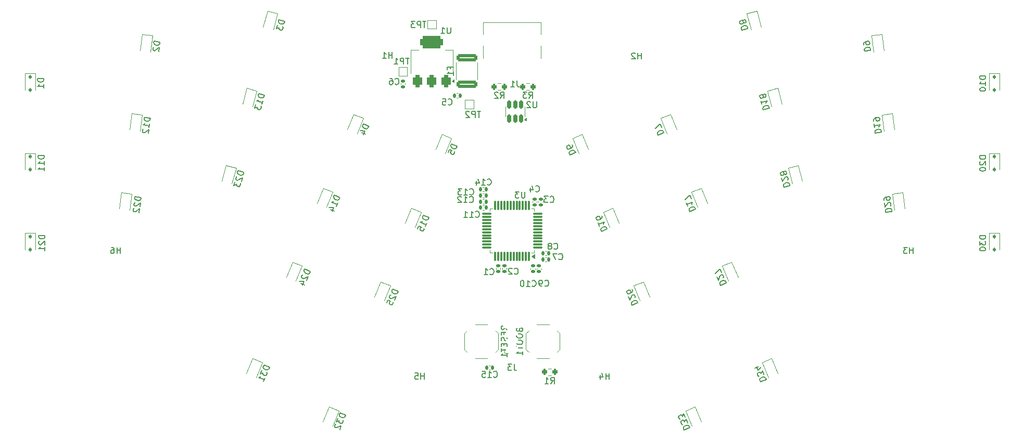
<source format=gbr>
%TF.GenerationSoftware,KiCad,Pcbnew,8.0.8-8.0.8-0~ubuntu22.04.1*%
%TF.CreationDate,2025-02-01T01:24:59+00:00*%
%TF.ProjectId,miniwing,6d696e69-7769-46e6-972e-6b696361645f,1*%
%TF.SameCoordinates,Original*%
%TF.FileFunction,Legend,Bot*%
%TF.FilePolarity,Positive*%
%FSLAX46Y46*%
G04 Gerber Fmt 4.6, Leading zero omitted, Abs format (unit mm)*
G04 Created by KiCad (PCBNEW 8.0.8-8.0.8-0~ubuntu22.04.1) date 2025-02-01 01:24:59*
%MOMM*%
%LPD*%
G01*
G04 APERTURE LIST*
G04 Aperture macros list*
%AMRoundRect*
0 Rectangle with rounded corners*
0 $1 Rounding radius*
0 $2 $3 $4 $5 $6 $7 $8 $9 X,Y pos of 4 corners*
0 Add a 4 corners polygon primitive as box body*
4,1,4,$2,$3,$4,$5,$6,$7,$8,$9,$2,$3,0*
0 Add four circle primitives for the rounded corners*
1,1,$1+$1,$2,$3*
1,1,$1+$1,$4,$5*
1,1,$1+$1,$6,$7*
1,1,$1+$1,$8,$9*
0 Add four rect primitives between the rounded corners*
20,1,$1+$1,$2,$3,$4,$5,0*
20,1,$1+$1,$4,$5,$6,$7,0*
20,1,$1+$1,$6,$7,$8,$9,0*
20,1,$1+$1,$8,$9,$2,$3,0*%
G04 Aperture macros list end*
%ADD10C,0.150000*%
%ADD11C,0.120000*%
%ADD12RoundRect,0.250000X-1.450000X0.312500X-1.450000X-0.312500X1.450000X-0.312500X1.450000X0.312500X0*%
%ADD13R,0.750000X1.000000*%
%ADD14C,3.200000*%
%ADD15C,1.800000*%
%ADD16C,1.950000*%
%ADD17RoundRect,0.112500X-0.087064X0.200580X-0.136011X-0.171212X0.087064X-0.200580X0.136011X0.171212X0*%
%ADD18RoundRect,0.112500X-0.032183X0.216279X-0.175690X-0.130176X0.032183X-0.216279X0.175690X0.130176X0*%
%ADD19RoundRect,0.112500X-0.136011X0.171212X-0.087064X-0.200580X0.136011X-0.171212X0.087064X0.200580X0*%
%ADD20RoundRect,0.140000X0.140000X0.170000X-0.140000X0.170000X-0.140000X-0.170000X0.140000X-0.170000X0*%
%ADD21RoundRect,0.112500X-0.175690X0.130176X-0.032183X-0.216279X0.175690X-0.130176X0.032183X0.216279X0*%
%ADD22RoundRect,0.112500X-0.060138X0.210228X-0.157195X-0.151994X0.060138X-0.210228X0.157195X0.151994X0*%
%ADD23RoundRect,0.200000X0.200000X0.275000X-0.200000X0.275000X-0.200000X-0.275000X0.200000X-0.275000X0*%
%ADD24RoundRect,0.112500X-0.157195X0.151994X-0.060138X-0.210228X0.157195X-0.151994X0.060138X0.210228X0*%
%ADD25R,1.000000X1.000000*%
%ADD26RoundRect,0.112500X-0.112500X0.187500X-0.112500X-0.187500X0.112500X-0.187500X0.112500X0.187500X0*%
%ADD27RoundRect,0.375000X0.375000X-0.625000X0.375000X0.625000X-0.375000X0.625000X-0.375000X-0.625000X0*%
%ADD28RoundRect,0.500000X1.400000X-0.500000X1.400000X0.500000X-1.400000X0.500000X-1.400000X-0.500000X0*%
%ADD29RoundRect,0.140000X-0.170000X0.140000X-0.170000X-0.140000X0.170000X-0.140000X0.170000X0.140000X0*%
%ADD30RoundRect,0.075000X0.075000X-0.662500X0.075000X0.662500X-0.075000X0.662500X-0.075000X-0.662500X0*%
%ADD31RoundRect,0.075000X0.662500X-0.075000X0.662500X0.075000X-0.662500X0.075000X-0.662500X-0.075000X0*%
%ADD32RoundRect,0.140000X0.170000X-0.140000X0.170000X0.140000X-0.170000X0.140000X-0.170000X-0.140000X0*%
%ADD33RoundRect,0.200000X-0.200000X-0.275000X0.200000X-0.275000X0.200000X0.275000X-0.200000X0.275000X0*%
%ADD34RoundRect,0.140000X-0.140000X-0.170000X0.140000X-0.170000X0.140000X0.170000X-0.140000X0.170000X0*%
%ADD35C,0.650000*%
%ADD36R,0.600000X1.450000*%
%ADD37R,0.300000X1.450000*%
%ADD38O,1.000000X1.600000*%
%ADD39O,1.000000X2.100000*%
%ADD40RoundRect,0.150000X0.150000X-0.512500X0.150000X0.512500X-0.150000X0.512500X-0.150000X-0.512500X0*%
%ADD41C,0.990600*%
%ADD42C,0.787400*%
G04 APERTURE END LIST*
D10*
X139781009Y-65966666D02*
X139781009Y-65633333D01*
X140304819Y-65633333D02*
X139304819Y-65633333D01*
X139304819Y-65633333D02*
X139304819Y-66109523D01*
X140304819Y-67014285D02*
X140304819Y-66442857D01*
X140304819Y-66728571D02*
X139304819Y-66728571D01*
X139304819Y-66728571D02*
X139447676Y-66633333D01*
X139447676Y-66633333D02*
X139542914Y-66538095D01*
X139542914Y-66538095D02*
X139590533Y-66442857D01*
X149074819Y-108388928D02*
X148598628Y-108055595D01*
X149074819Y-107817500D02*
X148074819Y-107817500D01*
X148074819Y-107817500D02*
X148074819Y-108198452D01*
X148074819Y-108198452D02*
X148122438Y-108293690D01*
X148122438Y-108293690D02*
X148170057Y-108341309D01*
X148170057Y-108341309D02*
X148265295Y-108388928D01*
X148265295Y-108388928D02*
X148408152Y-108388928D01*
X148408152Y-108388928D02*
X148503390Y-108341309D01*
X148503390Y-108341309D02*
X148551009Y-108293690D01*
X148551009Y-108293690D02*
X148598628Y-108198452D01*
X148598628Y-108198452D02*
X148598628Y-107817500D01*
X148551009Y-108817500D02*
X148551009Y-109150833D01*
X149074819Y-109293690D02*
X149074819Y-108817500D01*
X149074819Y-108817500D02*
X148074819Y-108817500D01*
X148074819Y-108817500D02*
X148074819Y-109293690D01*
X149027200Y-109674643D02*
X149074819Y-109817500D01*
X149074819Y-109817500D02*
X149074819Y-110055595D01*
X149074819Y-110055595D02*
X149027200Y-110150833D01*
X149027200Y-110150833D02*
X148979580Y-110198452D01*
X148979580Y-110198452D02*
X148884342Y-110246071D01*
X148884342Y-110246071D02*
X148789104Y-110246071D01*
X148789104Y-110246071D02*
X148693866Y-110198452D01*
X148693866Y-110198452D02*
X148646247Y-110150833D01*
X148646247Y-110150833D02*
X148598628Y-110055595D01*
X148598628Y-110055595D02*
X148551009Y-109865119D01*
X148551009Y-109865119D02*
X148503390Y-109769881D01*
X148503390Y-109769881D02*
X148455771Y-109722262D01*
X148455771Y-109722262D02*
X148360533Y-109674643D01*
X148360533Y-109674643D02*
X148265295Y-109674643D01*
X148265295Y-109674643D02*
X148170057Y-109722262D01*
X148170057Y-109722262D02*
X148122438Y-109769881D01*
X148122438Y-109769881D02*
X148074819Y-109865119D01*
X148074819Y-109865119D02*
X148074819Y-110103214D01*
X148074819Y-110103214D02*
X148122438Y-110246071D01*
X148551009Y-110674643D02*
X148551009Y-111007976D01*
X149074819Y-111150833D02*
X149074819Y-110674643D01*
X149074819Y-110674643D02*
X148074819Y-110674643D01*
X148074819Y-110674643D02*
X148074819Y-111150833D01*
X148074819Y-111436548D02*
X148074819Y-112007976D01*
X149074819Y-111722262D02*
X148074819Y-111722262D01*
X149074819Y-112865119D02*
X149074819Y-112293691D01*
X149074819Y-112579405D02*
X148074819Y-112579405D01*
X148074819Y-112579405D02*
X148217676Y-112484167D01*
X148217676Y-112484167D02*
X148312914Y-112388929D01*
X148312914Y-112388929D02*
X148360533Y-112293691D01*
X151051009Y-108484166D02*
X151098628Y-108627023D01*
X151098628Y-108627023D02*
X151146247Y-108674642D01*
X151146247Y-108674642D02*
X151241485Y-108722261D01*
X151241485Y-108722261D02*
X151384342Y-108722261D01*
X151384342Y-108722261D02*
X151479580Y-108674642D01*
X151479580Y-108674642D02*
X151527200Y-108627023D01*
X151527200Y-108627023D02*
X151574819Y-108531785D01*
X151574819Y-108531785D02*
X151574819Y-108150833D01*
X151574819Y-108150833D02*
X150574819Y-108150833D01*
X150574819Y-108150833D02*
X150574819Y-108484166D01*
X150574819Y-108484166D02*
X150622438Y-108579404D01*
X150622438Y-108579404D02*
X150670057Y-108627023D01*
X150670057Y-108627023D02*
X150765295Y-108674642D01*
X150765295Y-108674642D02*
X150860533Y-108674642D01*
X150860533Y-108674642D02*
X150955771Y-108627023D01*
X150955771Y-108627023D02*
X151003390Y-108579404D01*
X151003390Y-108579404D02*
X151051009Y-108484166D01*
X151051009Y-108484166D02*
X151051009Y-108150833D01*
X150574819Y-109341309D02*
X150574819Y-109531785D01*
X150574819Y-109531785D02*
X150622438Y-109627023D01*
X150622438Y-109627023D02*
X150717676Y-109722261D01*
X150717676Y-109722261D02*
X150908152Y-109769880D01*
X150908152Y-109769880D02*
X151241485Y-109769880D01*
X151241485Y-109769880D02*
X151431961Y-109722261D01*
X151431961Y-109722261D02*
X151527200Y-109627023D01*
X151527200Y-109627023D02*
X151574819Y-109531785D01*
X151574819Y-109531785D02*
X151574819Y-109341309D01*
X151574819Y-109341309D02*
X151527200Y-109246071D01*
X151527200Y-109246071D02*
X151431961Y-109150833D01*
X151431961Y-109150833D02*
X151241485Y-109103214D01*
X151241485Y-109103214D02*
X150908152Y-109103214D01*
X150908152Y-109103214D02*
X150717676Y-109150833D01*
X150717676Y-109150833D02*
X150622438Y-109246071D01*
X150622438Y-109246071D02*
X150574819Y-109341309D01*
X150574819Y-110388928D02*
X150574819Y-110579404D01*
X150574819Y-110579404D02*
X150622438Y-110674642D01*
X150622438Y-110674642D02*
X150717676Y-110769880D01*
X150717676Y-110769880D02*
X150908152Y-110817499D01*
X150908152Y-110817499D02*
X151241485Y-110817499D01*
X151241485Y-110817499D02*
X151431961Y-110769880D01*
X151431961Y-110769880D02*
X151527200Y-110674642D01*
X151527200Y-110674642D02*
X151574819Y-110579404D01*
X151574819Y-110579404D02*
X151574819Y-110388928D01*
X151574819Y-110388928D02*
X151527200Y-110293690D01*
X151527200Y-110293690D02*
X151431961Y-110198452D01*
X151431961Y-110198452D02*
X151241485Y-110150833D01*
X151241485Y-110150833D02*
X150908152Y-110150833D01*
X150908152Y-110150833D02*
X150717676Y-110198452D01*
X150717676Y-110198452D02*
X150622438Y-110293690D01*
X150622438Y-110293690D02*
X150574819Y-110388928D01*
X150574819Y-111103214D02*
X150574819Y-111674642D01*
X151574819Y-111388928D02*
X150574819Y-111388928D01*
X151574819Y-112531785D02*
X151574819Y-111960357D01*
X151574819Y-112246071D02*
X150574819Y-112246071D01*
X150574819Y-112246071D02*
X150717676Y-112150833D01*
X150717676Y-112150833D02*
X150812914Y-112055595D01*
X150812914Y-112055595D02*
X150860533Y-111960357D01*
X86164123Y-96014898D02*
X86164123Y-95014898D01*
X86164123Y-95491088D02*
X85592695Y-95491088D01*
X85592695Y-96014898D02*
X85592695Y-95014898D01*
X84687933Y-95014898D02*
X84878409Y-95014898D01*
X84878409Y-95014898D02*
X84973647Y-95062517D01*
X84973647Y-95062517D02*
X85021266Y-95110136D01*
X85021266Y-95110136D02*
X85116504Y-95252993D01*
X85116504Y-95252993D02*
X85164123Y-95443469D01*
X85164123Y-95443469D02*
X85164123Y-95824421D01*
X85164123Y-95824421D02*
X85116504Y-95919659D01*
X85116504Y-95919659D02*
X85068885Y-95967279D01*
X85068885Y-95967279D02*
X84973647Y-96014898D01*
X84973647Y-96014898D02*
X84783171Y-96014898D01*
X84783171Y-96014898D02*
X84687933Y-95967279D01*
X84687933Y-95967279D02*
X84640314Y-95919659D01*
X84640314Y-95919659D02*
X84592695Y-95824421D01*
X84592695Y-95824421D02*
X84592695Y-95586326D01*
X84592695Y-95586326D02*
X84640314Y-95491088D01*
X84640314Y-95491088D02*
X84687933Y-95443469D01*
X84687933Y-95443469D02*
X84783171Y-95395850D01*
X84783171Y-95395850D02*
X84973647Y-95395850D01*
X84973647Y-95395850D02*
X85068885Y-95443469D01*
X85068885Y-95443469D02*
X85116504Y-95491088D01*
X85116504Y-95491088D02*
X85164123Y-95586326D01*
X135594333Y-116500109D02*
X135594333Y-115500109D01*
X135594333Y-115976299D02*
X135022905Y-115976299D01*
X135022905Y-116500109D02*
X135022905Y-115500109D01*
X134070524Y-115500109D02*
X134546714Y-115500109D01*
X134546714Y-115500109D02*
X134594333Y-115976299D01*
X134594333Y-115976299D02*
X134546714Y-115928680D01*
X134546714Y-115928680D02*
X134451476Y-115881061D01*
X134451476Y-115881061D02*
X134213381Y-115881061D01*
X134213381Y-115881061D02*
X134118143Y-115928680D01*
X134118143Y-115928680D02*
X134070524Y-115976299D01*
X134070524Y-115976299D02*
X134022905Y-116071537D01*
X134022905Y-116071537D02*
X134022905Y-116309632D01*
X134022905Y-116309632D02*
X134070524Y-116404870D01*
X134070524Y-116404870D02*
X134118143Y-116452490D01*
X134118143Y-116452490D02*
X134213381Y-116500109D01*
X134213381Y-116500109D02*
X134451476Y-116500109D01*
X134451476Y-116500109D02*
X134546714Y-116452490D01*
X134546714Y-116452490D02*
X134594333Y-116404870D01*
X165668549Y-116500490D02*
X165668549Y-115500490D01*
X165668549Y-115976680D02*
X165097121Y-115976680D01*
X165097121Y-116500490D02*
X165097121Y-115500490D01*
X164192359Y-115833823D02*
X164192359Y-116500490D01*
X164430454Y-115452871D02*
X164668549Y-116167156D01*
X164668549Y-116167156D02*
X164049502Y-116167156D01*
X215097698Y-96015161D02*
X215097698Y-95015161D01*
X215097698Y-95491351D02*
X214526270Y-95491351D01*
X214526270Y-96015161D02*
X214526270Y-95015161D01*
X214145317Y-95015161D02*
X213526270Y-95015161D01*
X213526270Y-95015161D02*
X213859603Y-95396113D01*
X213859603Y-95396113D02*
X213716746Y-95396113D01*
X213716746Y-95396113D02*
X213621508Y-95443732D01*
X213621508Y-95443732D02*
X213573889Y-95491351D01*
X213573889Y-95491351D02*
X213526270Y-95586589D01*
X213526270Y-95586589D02*
X213526270Y-95824684D01*
X213526270Y-95824684D02*
X213573889Y-95919922D01*
X213573889Y-95919922D02*
X213621508Y-95967542D01*
X213621508Y-95967542D02*
X213716746Y-96015161D01*
X213716746Y-96015161D02*
X214002460Y-96015161D01*
X214002460Y-96015161D02*
X214097698Y-95967542D01*
X214097698Y-95967542D02*
X214145317Y-95919922D01*
X170894716Y-64354819D02*
X170894716Y-63354819D01*
X170894716Y-63831009D02*
X170323288Y-63831009D01*
X170323288Y-64354819D02*
X170323288Y-63354819D01*
X169894716Y-63450057D02*
X169847097Y-63402438D01*
X169847097Y-63402438D02*
X169751859Y-63354819D01*
X169751859Y-63354819D02*
X169513764Y-63354819D01*
X169513764Y-63354819D02*
X169418526Y-63402438D01*
X169418526Y-63402438D02*
X169370907Y-63450057D01*
X169370907Y-63450057D02*
X169323288Y-63545295D01*
X169323288Y-63545295D02*
X169323288Y-63640533D01*
X169323288Y-63640533D02*
X169370907Y-63783390D01*
X169370907Y-63783390D02*
X169942335Y-64354819D01*
X169942335Y-64354819D02*
X169323288Y-64354819D01*
X130368124Y-64254819D02*
X130368124Y-63254819D01*
X130368124Y-63731009D02*
X129796696Y-63731009D01*
X129796696Y-64254819D02*
X129796696Y-63254819D01*
X128796696Y-64254819D02*
X129368124Y-64254819D01*
X129082410Y-64254819D02*
X129082410Y-63254819D01*
X129082410Y-63254819D02*
X129177648Y-63397676D01*
X129177648Y-63397676D02*
X129272886Y-63492914D01*
X129272886Y-63492914D02*
X129368124Y-63540533D01*
X91031829Y-73975011D02*
X90040384Y-73844485D01*
X90040384Y-73844485D02*
X90009306Y-74080543D01*
X90009306Y-74080543D02*
X90037871Y-74228394D01*
X90037871Y-74228394D02*
X90119863Y-74335248D01*
X90119863Y-74335248D02*
X90208071Y-74394891D01*
X90208071Y-74394891D02*
X90390702Y-74466964D01*
X90390702Y-74466964D02*
X90532337Y-74485611D01*
X90532337Y-74485611D02*
X90727399Y-74463262D01*
X90727399Y-74463262D02*
X90828038Y-74428481D01*
X90828038Y-74428481D02*
X90934893Y-74346489D01*
X90934893Y-74346489D02*
X91000751Y-74211069D01*
X91000751Y-74211069D02*
X91031829Y-73975011D01*
X90832932Y-75485784D02*
X90907518Y-74919244D01*
X90870225Y-75202514D02*
X89878780Y-75071988D01*
X89878780Y-75071988D02*
X90032846Y-74996211D01*
X90032846Y-74996211D02*
X90139700Y-74914219D01*
X90139700Y-74914219D02*
X90199343Y-74826011D01*
X89886186Y-75745382D02*
X89832759Y-75786378D01*
X89832759Y-75786378D02*
X89773116Y-75874586D01*
X89773116Y-75874586D02*
X89742038Y-76110644D01*
X89742038Y-76110644D02*
X89776819Y-76211283D01*
X89776819Y-76211283D02*
X89817815Y-76264711D01*
X89817815Y-76264711D02*
X89906023Y-76324353D01*
X89906023Y-76324353D02*
X90000446Y-76336784D01*
X90000446Y-76336784D02*
X90148296Y-76308219D01*
X90148296Y-76308219D02*
X90789423Y-75816266D01*
X90789423Y-75816266D02*
X90708621Y-76430017D01*
X117064891Y-98948001D02*
X116141011Y-98565318D01*
X116141011Y-98565318D02*
X116049896Y-98785289D01*
X116049896Y-98785289D02*
X116039221Y-98935495D01*
X116039221Y-98935495D02*
X116090764Y-99059930D01*
X116090764Y-99059930D02*
X116160529Y-99140370D01*
X116160529Y-99140370D02*
X116318283Y-99257256D01*
X116318283Y-99257256D02*
X116450266Y-99311925D01*
X116450266Y-99311925D02*
X116644466Y-99340823D01*
X116644466Y-99340823D02*
X116750678Y-99333275D01*
X116750678Y-99333275D02*
X116875112Y-99281733D01*
X116875112Y-99281733D02*
X116973775Y-99167973D01*
X116973775Y-99167973D02*
X117064891Y-98948001D01*
X115864539Y-99481649D02*
X115802322Y-99507421D01*
X115802322Y-99507421D02*
X115721882Y-99577186D01*
X115721882Y-99577186D02*
X115630766Y-99797157D01*
X115630766Y-99797157D02*
X115638315Y-99903369D01*
X115638315Y-99903369D02*
X115664086Y-99965586D01*
X115664086Y-99965586D02*
X115733851Y-100046027D01*
X115733851Y-100046027D02*
X115821840Y-100082473D01*
X115821840Y-100082473D02*
X115972046Y-100093147D01*
X115972046Y-100093147D02*
X116718653Y-99783892D01*
X116718653Y-99783892D02*
X116481754Y-100355818D01*
X115537820Y-100892592D02*
X116153740Y-101147715D01*
X115276981Y-100526837D02*
X116028010Y-100580211D01*
X116028010Y-100580211D02*
X115791111Y-101152136D01*
X210636351Y-89318168D02*
X211627795Y-89187641D01*
X211627795Y-89187641D02*
X211596718Y-88951583D01*
X211596718Y-88951583D02*
X211530860Y-88816164D01*
X211530860Y-88816164D02*
X211424005Y-88734171D01*
X211424005Y-88734171D02*
X211323366Y-88699391D01*
X211323366Y-88699391D02*
X211128304Y-88677041D01*
X211128304Y-88677041D02*
X210986669Y-88695688D01*
X210986669Y-88695688D02*
X210804038Y-88767762D01*
X210804038Y-88767762D02*
X210715830Y-88827404D01*
X210715830Y-88827404D02*
X210633838Y-88934259D01*
X210633838Y-88934259D02*
X210605273Y-89082109D01*
X210605273Y-89082109D02*
X210636351Y-89318168D01*
X211409061Y-88255839D02*
X211450058Y-88202412D01*
X211450058Y-88202412D02*
X211484838Y-88101773D01*
X211484838Y-88101773D02*
X211453761Y-87865715D01*
X211453761Y-87865715D02*
X211394118Y-87777507D01*
X211394118Y-87777507D02*
X211340691Y-87736511D01*
X211340691Y-87736511D02*
X211240052Y-87701730D01*
X211240052Y-87701730D02*
X211145628Y-87714162D01*
X211145628Y-87714162D02*
X211010209Y-87780020D01*
X211010209Y-87780020D02*
X210518255Y-88421146D01*
X210518255Y-88421146D02*
X210437454Y-87807395D01*
X210375298Y-87335278D02*
X210350436Y-87146431D01*
X210350436Y-87146431D02*
X210385217Y-87045792D01*
X210385217Y-87045792D02*
X210426213Y-86992365D01*
X210426213Y-86992365D02*
X210555417Y-86879295D01*
X210555417Y-86879295D02*
X210738048Y-86807222D01*
X210738048Y-86807222D02*
X211115741Y-86757497D01*
X211115741Y-86757497D02*
X211216380Y-86792278D01*
X211216380Y-86792278D02*
X211269807Y-86833274D01*
X211269807Y-86833274D02*
X211329450Y-86921482D01*
X211329450Y-86921482D02*
X211354312Y-87110328D01*
X211354312Y-87110328D02*
X211319531Y-87210967D01*
X211319531Y-87210967D02*
X211278535Y-87264394D01*
X211278535Y-87264394D02*
X211190327Y-87324037D01*
X211190327Y-87324037D02*
X210954269Y-87355115D01*
X210954269Y-87355115D02*
X210853630Y-87320334D01*
X210853630Y-87320334D02*
X210800203Y-87279338D01*
X210800203Y-87279338D02*
X210740560Y-87191130D01*
X210740560Y-87191130D02*
X210715698Y-87002284D01*
X210715698Y-87002284D02*
X210750479Y-86901645D01*
X210750479Y-86901645D02*
X210791475Y-86848218D01*
X210791475Y-86848218D02*
X210879683Y-86788575D01*
X156669782Y-95250540D02*
X156717401Y-95298160D01*
X156717401Y-95298160D02*
X156860258Y-95345779D01*
X156860258Y-95345779D02*
X156955496Y-95345779D01*
X156955496Y-95345779D02*
X157098353Y-95298160D01*
X157098353Y-95298160D02*
X157193591Y-95202921D01*
X157193591Y-95202921D02*
X157241210Y-95107683D01*
X157241210Y-95107683D02*
X157288829Y-94917207D01*
X157288829Y-94917207D02*
X157288829Y-94774350D01*
X157288829Y-94774350D02*
X157241210Y-94583874D01*
X157241210Y-94583874D02*
X157193591Y-94488636D01*
X157193591Y-94488636D02*
X157098353Y-94393398D01*
X157098353Y-94393398D02*
X156955496Y-94345779D01*
X156955496Y-94345779D02*
X156860258Y-94345779D01*
X156860258Y-94345779D02*
X156717401Y-94393398D01*
X156717401Y-94393398D02*
X156669782Y-94441017D01*
X156098353Y-94774350D02*
X156193591Y-94726731D01*
X156193591Y-94726731D02*
X156241210Y-94679112D01*
X156241210Y-94679112D02*
X156288829Y-94583874D01*
X156288829Y-94583874D02*
X156288829Y-94536255D01*
X156288829Y-94536255D02*
X156241210Y-94441017D01*
X156241210Y-94441017D02*
X156193591Y-94393398D01*
X156193591Y-94393398D02*
X156098353Y-94345779D01*
X156098353Y-94345779D02*
X155907877Y-94345779D01*
X155907877Y-94345779D02*
X155812639Y-94393398D01*
X155812639Y-94393398D02*
X155765020Y-94441017D01*
X155765020Y-94441017D02*
X155717401Y-94536255D01*
X155717401Y-94536255D02*
X155717401Y-94583874D01*
X155717401Y-94583874D02*
X155765020Y-94679112D01*
X155765020Y-94679112D02*
X155812639Y-94726731D01*
X155812639Y-94726731D02*
X155907877Y-94774350D01*
X155907877Y-94774350D02*
X156098353Y-94774350D01*
X156098353Y-94774350D02*
X156193591Y-94821969D01*
X156193591Y-94821969D02*
X156241210Y-94869588D01*
X156241210Y-94869588D02*
X156288829Y-94964826D01*
X156288829Y-94964826D02*
X156288829Y-95155302D01*
X156288829Y-95155302D02*
X156241210Y-95250540D01*
X156241210Y-95250540D02*
X156193591Y-95298160D01*
X156193591Y-95298160D02*
X156098353Y-95345779D01*
X156098353Y-95345779D02*
X155907877Y-95345779D01*
X155907877Y-95345779D02*
X155812639Y-95298160D01*
X155812639Y-95298160D02*
X155765020Y-95250540D01*
X155765020Y-95250540D02*
X155717401Y-95155302D01*
X155717401Y-95155302D02*
X155717401Y-94964826D01*
X155717401Y-94964826D02*
X155765020Y-94869588D01*
X155765020Y-94869588D02*
X155812639Y-94821969D01*
X155812639Y-94821969D02*
X155907877Y-94774350D01*
X169394616Y-104439296D02*
X170318495Y-104056613D01*
X170318495Y-104056613D02*
X170227380Y-103836641D01*
X170227380Y-103836641D02*
X170128717Y-103722881D01*
X170128717Y-103722881D02*
X170004282Y-103671339D01*
X170004282Y-103671339D02*
X169898071Y-103663791D01*
X169898071Y-103663791D02*
X169703870Y-103692689D01*
X169703870Y-103692689D02*
X169571888Y-103747358D01*
X169571888Y-103747358D02*
X169414134Y-103864244D01*
X169414134Y-103864244D02*
X169344368Y-103944684D01*
X169344368Y-103944684D02*
X169292826Y-104069119D01*
X169292826Y-104069119D02*
X169303500Y-104219325D01*
X169303500Y-104219325D02*
X169394616Y-104439296D01*
X169866046Y-103213173D02*
X169891817Y-103150956D01*
X169891817Y-103150956D02*
X169899366Y-103044744D01*
X169899366Y-103044744D02*
X169808250Y-102824773D01*
X169808250Y-102824773D02*
X169727810Y-102755008D01*
X169727810Y-102755008D02*
X169665593Y-102729236D01*
X169665593Y-102729236D02*
X169559381Y-102721688D01*
X169559381Y-102721688D02*
X169471393Y-102758134D01*
X169471393Y-102758134D02*
X169357633Y-102856798D01*
X169357633Y-102856798D02*
X169048378Y-103603405D01*
X169048378Y-103603405D02*
X168811479Y-103031480D01*
X169407344Y-101856899D02*
X169480236Y-102032876D01*
X169480236Y-102032876D02*
X169472688Y-102139088D01*
X169472688Y-102139088D02*
X169446917Y-102201305D01*
X169446917Y-102201305D02*
X169351380Y-102343963D01*
X169351380Y-102343963D02*
X169193626Y-102460849D01*
X169193626Y-102460849D02*
X168841672Y-102606633D01*
X168841672Y-102606633D02*
X168735460Y-102599085D01*
X168735460Y-102599085D02*
X168673243Y-102573314D01*
X168673243Y-102573314D02*
X168592803Y-102503548D01*
X168592803Y-102503548D02*
X168519911Y-102327571D01*
X168519911Y-102327571D02*
X168527459Y-102221360D01*
X168527459Y-102221360D02*
X168553230Y-102159142D01*
X168553230Y-102159142D02*
X168622995Y-102078702D01*
X168622995Y-102078702D02*
X168842967Y-101987587D01*
X168842967Y-101987587D02*
X168949178Y-101995135D01*
X168949178Y-101995135D02*
X169011396Y-102020907D01*
X169011396Y-102020907D02*
X169091836Y-102090672D01*
X169091836Y-102090672D02*
X169164728Y-102266649D01*
X169164728Y-102266649D02*
X169157180Y-102372861D01*
X169157180Y-102372861D02*
X169131409Y-102435078D01*
X169131409Y-102435078D02*
X169061643Y-102515518D01*
X139466666Y-71759580D02*
X139514285Y-71807200D01*
X139514285Y-71807200D02*
X139657142Y-71854819D01*
X139657142Y-71854819D02*
X139752380Y-71854819D01*
X139752380Y-71854819D02*
X139895237Y-71807200D01*
X139895237Y-71807200D02*
X139990475Y-71711961D01*
X139990475Y-71711961D02*
X140038094Y-71616723D01*
X140038094Y-71616723D02*
X140085713Y-71426247D01*
X140085713Y-71426247D02*
X140085713Y-71283390D01*
X140085713Y-71283390D02*
X140038094Y-71092914D01*
X140038094Y-71092914D02*
X139990475Y-70997676D01*
X139990475Y-70997676D02*
X139895237Y-70902438D01*
X139895237Y-70902438D02*
X139752380Y-70854819D01*
X139752380Y-70854819D02*
X139657142Y-70854819D01*
X139657142Y-70854819D02*
X139514285Y-70902438D01*
X139514285Y-70902438D02*
X139466666Y-70950057D01*
X138561904Y-70854819D02*
X139038094Y-70854819D01*
X139038094Y-70854819D02*
X139085713Y-71331009D01*
X139085713Y-71331009D02*
X139038094Y-71283390D01*
X139038094Y-71283390D02*
X138942856Y-71235771D01*
X138942856Y-71235771D02*
X138704761Y-71235771D01*
X138704761Y-71235771D02*
X138609523Y-71283390D01*
X138609523Y-71283390D02*
X138561904Y-71331009D01*
X138561904Y-71331009D02*
X138514285Y-71426247D01*
X138514285Y-71426247D02*
X138514285Y-71664342D01*
X138514285Y-71664342D02*
X138561904Y-71759580D01*
X138561904Y-71759580D02*
X138609523Y-71807200D01*
X138609523Y-71807200D02*
X138704761Y-71854819D01*
X138704761Y-71854819D02*
X138942856Y-71854819D01*
X138942856Y-71854819D02*
X139038094Y-71807200D01*
X139038094Y-71807200D02*
X139085713Y-71759580D01*
X109588524Y-70250205D02*
X108622598Y-69991386D01*
X108622598Y-69991386D02*
X108560975Y-70221369D01*
X108560975Y-70221369D02*
X108569997Y-70371683D01*
X108569997Y-70371683D02*
X108637341Y-70488325D01*
X108637341Y-70488325D02*
X108717009Y-70558971D01*
X108717009Y-70558971D02*
X108888670Y-70654266D01*
X108888670Y-70654266D02*
X109026659Y-70691241D01*
X109026659Y-70691241D02*
X109222970Y-70694543D01*
X109222970Y-70694543D02*
X109327288Y-70673196D01*
X109327288Y-70673196D02*
X109443930Y-70605852D01*
X109443930Y-70605852D02*
X109526901Y-70480188D01*
X109526901Y-70480188D02*
X109588524Y-70250205D01*
X109194133Y-71722092D02*
X109342030Y-71170135D01*
X109268082Y-71446114D02*
X108302156Y-71187294D01*
X108302156Y-71187294D02*
X108464795Y-71132276D01*
X108464795Y-71132276D02*
X108581437Y-71064932D01*
X108581437Y-71064932D02*
X108652083Y-70985264D01*
X108141934Y-71785249D02*
X107981713Y-72383203D01*
X107981713Y-72383203D02*
X108435958Y-72159825D01*
X108435958Y-72159825D02*
X108398984Y-72297815D01*
X108398984Y-72297815D02*
X108420331Y-72402132D01*
X108420331Y-72402132D02*
X108454003Y-72460453D01*
X108454003Y-72460453D02*
X108533671Y-72531099D01*
X108533671Y-72531099D02*
X108763653Y-72592723D01*
X108763653Y-72592723D02*
X108867971Y-72571376D01*
X108867971Y-72571376D02*
X108926292Y-72537704D01*
X108926292Y-72537704D02*
X108996938Y-72458036D01*
X108996938Y-72458036D02*
X109070886Y-72182057D01*
X109070886Y-72182057D02*
X109049539Y-72077739D01*
X109049539Y-72077739D02*
X109015867Y-72019418D01*
X190253196Y-116906037D02*
X191177075Y-116523354D01*
X191177075Y-116523354D02*
X191085960Y-116303382D01*
X191085960Y-116303382D02*
X190987297Y-116189622D01*
X190987297Y-116189622D02*
X190862862Y-116138080D01*
X190862862Y-116138080D02*
X190756651Y-116130532D01*
X190756651Y-116130532D02*
X190562450Y-116159430D01*
X190562450Y-116159430D02*
X190430468Y-116214099D01*
X190430468Y-116214099D02*
X190272714Y-116330985D01*
X190272714Y-116330985D02*
X190202948Y-116411425D01*
X190202948Y-116411425D02*
X190151406Y-116535860D01*
X190151406Y-116535860D02*
X190162080Y-116686066D01*
X190162080Y-116686066D02*
X190253196Y-116906037D01*
X190830838Y-115687463D02*
X190593938Y-115115537D01*
X190593938Y-115115537D02*
X190369545Y-115569281D01*
X190369545Y-115569281D02*
X190314876Y-115437298D01*
X190314876Y-115437298D02*
X190234436Y-115367533D01*
X190234436Y-115367533D02*
X190172219Y-115341762D01*
X190172219Y-115341762D02*
X190066007Y-115334213D01*
X190066007Y-115334213D02*
X189846036Y-115425328D01*
X189846036Y-115425328D02*
X189776270Y-115505769D01*
X189776270Y-115505769D02*
X189750499Y-115567986D01*
X189750499Y-115567986D02*
X189742951Y-115674198D01*
X189742951Y-115674198D02*
X189852289Y-115938163D01*
X189852289Y-115938163D02*
X189932729Y-116007929D01*
X189932729Y-116007929D02*
X189994947Y-116033700D01*
X189957964Y-114451201D02*
X189342044Y-114706324D01*
X190401033Y-114525389D02*
X189832235Y-115018705D01*
X189832235Y-115018705D02*
X189595335Y-114446780D01*
X147966666Y-70737319D02*
X148299999Y-70261128D01*
X148538094Y-70737319D02*
X148538094Y-69737319D01*
X148538094Y-69737319D02*
X148157142Y-69737319D01*
X148157142Y-69737319D02*
X148061904Y-69784938D01*
X148061904Y-69784938D02*
X148014285Y-69832557D01*
X148014285Y-69832557D02*
X147966666Y-69927795D01*
X147966666Y-69927795D02*
X147966666Y-70070652D01*
X147966666Y-70070652D02*
X148014285Y-70165890D01*
X148014285Y-70165890D02*
X148061904Y-70213509D01*
X148061904Y-70213509D02*
X148157142Y-70261128D01*
X148157142Y-70261128D02*
X148538094Y-70261128D01*
X147585713Y-69832557D02*
X147538094Y-69784938D01*
X147538094Y-69784938D02*
X147442856Y-69737319D01*
X147442856Y-69737319D02*
X147204761Y-69737319D01*
X147204761Y-69737319D02*
X147109523Y-69784938D01*
X147109523Y-69784938D02*
X147061904Y-69832557D01*
X147061904Y-69832557D02*
X147014285Y-69927795D01*
X147014285Y-69927795D02*
X147014285Y-70023033D01*
X147014285Y-70023033D02*
X147061904Y-70165890D01*
X147061904Y-70165890D02*
X147633332Y-70737319D01*
X147633332Y-70737319D02*
X147014285Y-70737319D01*
X142982493Y-86379668D02*
X143030112Y-86427288D01*
X143030112Y-86427288D02*
X143172969Y-86474907D01*
X143172969Y-86474907D02*
X143268207Y-86474907D01*
X143268207Y-86474907D02*
X143411064Y-86427288D01*
X143411064Y-86427288D02*
X143506302Y-86332049D01*
X143506302Y-86332049D02*
X143553921Y-86236811D01*
X143553921Y-86236811D02*
X143601540Y-86046335D01*
X143601540Y-86046335D02*
X143601540Y-85903478D01*
X143601540Y-85903478D02*
X143553921Y-85713002D01*
X143553921Y-85713002D02*
X143506302Y-85617764D01*
X143506302Y-85617764D02*
X143411064Y-85522526D01*
X143411064Y-85522526D02*
X143268207Y-85474907D01*
X143268207Y-85474907D02*
X143172969Y-85474907D01*
X143172969Y-85474907D02*
X143030112Y-85522526D01*
X143030112Y-85522526D02*
X142982493Y-85570145D01*
X142030112Y-86474907D02*
X142601540Y-86474907D01*
X142315826Y-86474907D02*
X142315826Y-85474907D01*
X142315826Y-85474907D02*
X142411064Y-85617764D01*
X142411064Y-85617764D02*
X142506302Y-85713002D01*
X142506302Y-85713002D02*
X142601540Y-85760621D01*
X141696778Y-85474907D02*
X141077731Y-85474907D01*
X141077731Y-85474907D02*
X141411064Y-85855859D01*
X141411064Y-85855859D02*
X141268207Y-85855859D01*
X141268207Y-85855859D02*
X141172969Y-85903478D01*
X141172969Y-85903478D02*
X141125350Y-85951097D01*
X141125350Y-85951097D02*
X141077731Y-86046335D01*
X141077731Y-86046335D02*
X141077731Y-86284430D01*
X141077731Y-86284430D02*
X141125350Y-86379668D01*
X141125350Y-86379668D02*
X141172969Y-86427288D01*
X141172969Y-86427288D02*
X141268207Y-86474907D01*
X141268207Y-86474907D02*
X141553921Y-86474907D01*
X141553921Y-86474907D02*
X141649159Y-86427288D01*
X141649159Y-86427288D02*
X141696778Y-86379668D01*
X178772693Y-89189651D02*
X179696572Y-88806968D01*
X179696572Y-88806968D02*
X179605457Y-88586996D01*
X179605457Y-88586996D02*
X179506794Y-88473236D01*
X179506794Y-88473236D02*
X179382359Y-88421694D01*
X179382359Y-88421694D02*
X179276148Y-88414146D01*
X179276148Y-88414146D02*
X179081947Y-88443044D01*
X179081947Y-88443044D02*
X178949965Y-88497713D01*
X178949965Y-88497713D02*
X178792211Y-88614599D01*
X178792211Y-88614599D02*
X178722445Y-88695039D01*
X178722445Y-88695039D02*
X178670903Y-88819474D01*
X178670903Y-88819474D02*
X178681577Y-88969680D01*
X178681577Y-88969680D02*
X178772693Y-89189651D01*
X178189556Y-87781835D02*
X178408232Y-88309766D01*
X178298894Y-88045800D02*
X179222774Y-87663117D01*
X179222774Y-87663117D02*
X179127237Y-87805774D01*
X179127237Y-87805774D02*
X179075694Y-87930209D01*
X179075694Y-87930209D02*
X179068146Y-88036420D01*
X178985874Y-87091191D02*
X178730752Y-86475272D01*
X178730752Y-86475272D02*
X177970880Y-87253903D01*
X122792165Y-122357935D02*
X121868285Y-121975252D01*
X121868285Y-121975252D02*
X121777170Y-122195223D01*
X121777170Y-122195223D02*
X121766495Y-122345429D01*
X121766495Y-122345429D02*
X121818038Y-122469864D01*
X121818038Y-122469864D02*
X121887803Y-122550304D01*
X121887803Y-122550304D02*
X122045557Y-122667190D01*
X122045557Y-122667190D02*
X122177540Y-122721859D01*
X122177540Y-122721859D02*
X122371740Y-122750757D01*
X122371740Y-122750757D02*
X122477952Y-122743209D01*
X122477952Y-122743209D02*
X122602386Y-122691667D01*
X122602386Y-122691667D02*
X122701049Y-122577907D01*
X122701049Y-122577907D02*
X122792165Y-122357935D01*
X121522048Y-122811143D02*
X121285148Y-123383068D01*
X121285148Y-123383068D02*
X121764664Y-123220893D01*
X121764664Y-123220893D02*
X121709995Y-123352876D01*
X121709995Y-123352876D02*
X121717543Y-123459087D01*
X121717543Y-123459087D02*
X121743314Y-123521304D01*
X121743314Y-123521304D02*
X121813080Y-123601745D01*
X121813080Y-123601745D02*
X122033051Y-123692860D01*
X122033051Y-123692860D02*
X122139262Y-123685312D01*
X122139262Y-123685312D02*
X122201480Y-123659540D01*
X122201480Y-123659540D02*
X122281920Y-123589775D01*
X122281920Y-123589775D02*
X122391258Y-123325809D01*
X122391258Y-123325809D02*
X122383710Y-123219598D01*
X122383710Y-123219598D02*
X122357939Y-123157380D01*
X121227353Y-123771469D02*
X121165135Y-123797240D01*
X121165135Y-123797240D02*
X121084695Y-123867005D01*
X121084695Y-123867005D02*
X120993580Y-124086977D01*
X120993580Y-124086977D02*
X121001128Y-124193188D01*
X121001128Y-124193188D02*
X121026899Y-124255406D01*
X121026899Y-124255406D02*
X121096665Y-124335846D01*
X121096665Y-124335846D02*
X121184654Y-124372292D01*
X121184654Y-124372292D02*
X121334859Y-124382967D01*
X121334859Y-124382967D02*
X122081467Y-124073712D01*
X122081467Y-124073712D02*
X121844567Y-124645637D01*
X207180514Y-63068484D02*
X208171959Y-62937957D01*
X208171959Y-62937957D02*
X208140881Y-62701899D01*
X208140881Y-62701899D02*
X208075023Y-62566480D01*
X208075023Y-62566480D02*
X207968169Y-62484487D01*
X207968169Y-62484487D02*
X207867530Y-62449707D01*
X207867530Y-62449707D02*
X207672468Y-62427357D01*
X207672468Y-62427357D02*
X207530833Y-62446004D01*
X207530833Y-62446004D02*
X207348202Y-62518078D01*
X207348202Y-62518078D02*
X207259994Y-62577720D01*
X207259994Y-62577720D02*
X207178002Y-62684575D01*
X207178002Y-62684575D02*
X207149437Y-62832425D01*
X207149437Y-62832425D02*
X207180514Y-63068484D01*
X207043772Y-62029827D02*
X207018910Y-61840980D01*
X207018910Y-61840980D02*
X207053691Y-61740342D01*
X207053691Y-61740342D02*
X207094687Y-61686914D01*
X207094687Y-61686914D02*
X207223891Y-61573844D01*
X207223891Y-61573844D02*
X207406522Y-61501771D01*
X207406522Y-61501771D02*
X207784215Y-61452046D01*
X207784215Y-61452046D02*
X207884854Y-61486827D01*
X207884854Y-61486827D02*
X207938281Y-61527823D01*
X207938281Y-61527823D02*
X207997924Y-61616031D01*
X207997924Y-61616031D02*
X208022786Y-61804878D01*
X208022786Y-61804878D02*
X207988006Y-61905516D01*
X207988006Y-61905516D02*
X207947010Y-61958944D01*
X207947010Y-61958944D02*
X207858802Y-62018586D01*
X207858802Y-62018586D02*
X207622743Y-62049664D01*
X207622743Y-62049664D02*
X207522105Y-62014883D01*
X207522105Y-62014883D02*
X207468677Y-61973887D01*
X207468677Y-61973887D02*
X207409035Y-61885679D01*
X207409035Y-61885679D02*
X207384173Y-61696833D01*
X207384173Y-61696833D02*
X207418953Y-61596194D01*
X207418953Y-61596194D02*
X207459949Y-61542767D01*
X207459949Y-61542767D02*
X207548157Y-61483124D01*
X187231970Y-59628795D02*
X188197896Y-59369976D01*
X188197896Y-59369976D02*
X188136272Y-59139994D01*
X188136272Y-59139994D02*
X188053302Y-59014329D01*
X188053302Y-59014329D02*
X187936659Y-58946986D01*
X187936659Y-58946986D02*
X187832342Y-58925639D01*
X187832342Y-58925639D02*
X187636031Y-58928941D01*
X187636031Y-58928941D02*
X187498042Y-58965915D01*
X187498042Y-58965915D02*
X187326380Y-59061210D01*
X187326380Y-59061210D02*
X187246712Y-59131856D01*
X187246712Y-59131856D02*
X187179369Y-59248499D01*
X187179369Y-59248499D02*
X187170346Y-59398813D01*
X187170346Y-59398813D02*
X187231970Y-59628795D01*
X187488134Y-58376983D02*
X187558780Y-58456652D01*
X187558780Y-58456652D02*
X187617102Y-58490323D01*
X187617102Y-58490323D02*
X187721419Y-58511670D01*
X187721419Y-58511670D02*
X187767416Y-58499346D01*
X187767416Y-58499346D02*
X187847084Y-58428700D01*
X187847084Y-58428700D02*
X187880756Y-58370379D01*
X187880756Y-58370379D02*
X187902103Y-58266061D01*
X187902103Y-58266061D02*
X187852804Y-58082075D01*
X187852804Y-58082075D02*
X187782158Y-58002407D01*
X187782158Y-58002407D02*
X187723837Y-57968735D01*
X187723837Y-57968735D02*
X187619519Y-57947388D01*
X187619519Y-57947388D02*
X187573523Y-57959713D01*
X187573523Y-57959713D02*
X187493854Y-58030359D01*
X187493854Y-58030359D02*
X187460183Y-58088680D01*
X187460183Y-58088680D02*
X187438836Y-58192997D01*
X187438836Y-58192997D02*
X187488134Y-58376983D01*
X187488134Y-58376983D02*
X187466787Y-58481301D01*
X187466787Y-58481301D02*
X187433116Y-58539622D01*
X187433116Y-58539622D02*
X187353447Y-58610268D01*
X187353447Y-58610268D02*
X187169462Y-58659567D01*
X187169462Y-58659567D02*
X187065144Y-58638220D01*
X187065144Y-58638220D02*
X187006823Y-58604548D01*
X187006823Y-58604548D02*
X186936177Y-58524880D01*
X186936177Y-58524880D02*
X186886878Y-58340894D01*
X186886878Y-58340894D02*
X186908225Y-58236576D01*
X186908225Y-58236576D02*
X186941897Y-58178255D01*
X186941897Y-58178255D02*
X187021565Y-58107609D01*
X187021565Y-58107609D02*
X187205551Y-58058310D01*
X187205551Y-58058310D02*
X187309868Y-58079657D01*
X187309868Y-58079657D02*
X187368190Y-58113329D01*
X187368190Y-58113329D02*
X187438836Y-58192997D01*
X144751904Y-72854319D02*
X144180476Y-72854319D01*
X144466190Y-73854319D02*
X144466190Y-72854319D01*
X143847142Y-73854319D02*
X143847142Y-72854319D01*
X143847142Y-72854319D02*
X143466190Y-72854319D01*
X143466190Y-72854319D02*
X143370952Y-72901938D01*
X143370952Y-72901938D02*
X143323333Y-72949557D01*
X143323333Y-72949557D02*
X143275714Y-73044795D01*
X143275714Y-73044795D02*
X143275714Y-73187652D01*
X143275714Y-73187652D02*
X143323333Y-73282890D01*
X143323333Y-73282890D02*
X143370952Y-73330509D01*
X143370952Y-73330509D02*
X143466190Y-73378128D01*
X143466190Y-73378128D02*
X143847142Y-73378128D01*
X142894761Y-72949557D02*
X142847142Y-72901938D01*
X142847142Y-72901938D02*
X142751904Y-72854319D01*
X142751904Y-72854319D02*
X142513809Y-72854319D01*
X142513809Y-72854319D02*
X142418571Y-72901938D01*
X142418571Y-72901938D02*
X142370952Y-72949557D01*
X142370952Y-72949557D02*
X142323333Y-73044795D01*
X142323333Y-73044795D02*
X142323333Y-73140033D01*
X142323333Y-73140033D02*
X142370952Y-73282890D01*
X142370952Y-73282890D02*
X142942380Y-73854319D01*
X142942380Y-73854319D02*
X142323333Y-73854319D01*
X226884456Y-67105800D02*
X225884456Y-67105800D01*
X225884456Y-67105800D02*
X225884456Y-67343895D01*
X225884456Y-67343895D02*
X225932075Y-67486752D01*
X225932075Y-67486752D02*
X226027313Y-67581990D01*
X226027313Y-67581990D02*
X226122551Y-67629609D01*
X226122551Y-67629609D02*
X226313027Y-67677228D01*
X226313027Y-67677228D02*
X226455884Y-67677228D01*
X226455884Y-67677228D02*
X226646360Y-67629609D01*
X226646360Y-67629609D02*
X226741598Y-67581990D01*
X226741598Y-67581990D02*
X226836837Y-67486752D01*
X226836837Y-67486752D02*
X226884456Y-67343895D01*
X226884456Y-67343895D02*
X226884456Y-67105800D01*
X226884456Y-68629609D02*
X226884456Y-68058181D01*
X226884456Y-68343895D02*
X225884456Y-68343895D01*
X225884456Y-68343895D02*
X226027313Y-68248657D01*
X226027313Y-68248657D02*
X226122551Y-68153419D01*
X226122551Y-68153419D02*
X226170170Y-68058181D01*
X225884456Y-69248657D02*
X225884456Y-69343895D01*
X225884456Y-69343895D02*
X225932075Y-69439133D01*
X225932075Y-69439133D02*
X225979694Y-69486752D01*
X225979694Y-69486752D02*
X226074932Y-69534371D01*
X226074932Y-69534371D02*
X226265408Y-69581990D01*
X226265408Y-69581990D02*
X226503503Y-69581990D01*
X226503503Y-69581990D02*
X226693979Y-69534371D01*
X226693979Y-69534371D02*
X226789217Y-69486752D01*
X226789217Y-69486752D02*
X226836837Y-69439133D01*
X226836837Y-69439133D02*
X226884456Y-69343895D01*
X226884456Y-69343895D02*
X226884456Y-69248657D01*
X226884456Y-69248657D02*
X226836837Y-69153419D01*
X226836837Y-69153419D02*
X226789217Y-69105800D01*
X226789217Y-69105800D02*
X226693979Y-69058181D01*
X226693979Y-69058181D02*
X226503503Y-69010562D01*
X226503503Y-69010562D02*
X226265408Y-69010562D01*
X226265408Y-69010562D02*
X226074932Y-69058181D01*
X226074932Y-69058181D02*
X225979694Y-69105800D01*
X225979694Y-69105800D02*
X225932075Y-69153419D01*
X225932075Y-69153419D02*
X225884456Y-69248657D01*
X190719865Y-72645795D02*
X191685791Y-72386976D01*
X191685791Y-72386976D02*
X191624168Y-72156994D01*
X191624168Y-72156994D02*
X191541197Y-72031329D01*
X191541197Y-72031329D02*
X191424555Y-71963986D01*
X191424555Y-71963986D02*
X191320237Y-71942639D01*
X191320237Y-71942639D02*
X191123926Y-71945941D01*
X191123926Y-71945941D02*
X190985937Y-71982915D01*
X190985937Y-71982915D02*
X190814276Y-72078211D01*
X190814276Y-72078211D02*
X190734608Y-72148856D01*
X190734608Y-72148856D02*
X190667264Y-72265499D01*
X190667264Y-72265499D02*
X190658242Y-72415813D01*
X190658242Y-72415813D02*
X190719865Y-72645795D01*
X190325474Y-71173908D02*
X190473371Y-71725866D01*
X190399423Y-71449887D02*
X191365349Y-71191068D01*
X191365349Y-71191068D02*
X191252009Y-71320035D01*
X191252009Y-71320035D02*
X191184665Y-71436678D01*
X191184665Y-71436678D02*
X191163318Y-71540995D01*
X190729535Y-70474054D02*
X190800181Y-70553722D01*
X190800181Y-70553722D02*
X190858502Y-70587394D01*
X190858502Y-70587394D02*
X190962820Y-70608741D01*
X190962820Y-70608741D02*
X191008817Y-70596416D01*
X191008817Y-70596416D02*
X191088485Y-70525770D01*
X191088485Y-70525770D02*
X191122157Y-70467449D01*
X191122157Y-70467449D02*
X191143504Y-70363132D01*
X191143504Y-70363132D02*
X191094205Y-70179146D01*
X191094205Y-70179146D02*
X191023559Y-70099478D01*
X191023559Y-70099478D02*
X190965238Y-70065806D01*
X190965238Y-70065806D02*
X190860920Y-70044459D01*
X190860920Y-70044459D02*
X190814924Y-70056783D01*
X190814924Y-70056783D02*
X190735255Y-70127429D01*
X190735255Y-70127429D02*
X190701584Y-70185751D01*
X190701584Y-70185751D02*
X190680237Y-70290068D01*
X190680237Y-70290068D02*
X190729535Y-70474054D01*
X190729535Y-70474054D02*
X190708188Y-70578372D01*
X190708188Y-70578372D02*
X190674517Y-70636693D01*
X190674517Y-70636693D02*
X190594848Y-70707339D01*
X190594848Y-70707339D02*
X190410863Y-70756638D01*
X190410863Y-70756638D02*
X190306545Y-70735291D01*
X190306545Y-70735291D02*
X190248224Y-70701619D01*
X190248224Y-70701619D02*
X190177578Y-70621951D01*
X190177578Y-70621951D02*
X190128279Y-70437965D01*
X190128279Y-70437965D02*
X190149626Y-70333647D01*
X190149626Y-70333647D02*
X190183298Y-70275326D01*
X190183298Y-70275326D02*
X190262966Y-70204680D01*
X190262966Y-70204680D02*
X190446952Y-70155381D01*
X190446952Y-70155381D02*
X190551269Y-70176728D01*
X190551269Y-70176728D02*
X190609591Y-70210400D01*
X190609591Y-70210400D02*
X190680237Y-70290068D01*
X139871540Y-59197407D02*
X139871540Y-60006930D01*
X139871540Y-60006930D02*
X139823921Y-60102168D01*
X139823921Y-60102168D02*
X139776302Y-60149788D01*
X139776302Y-60149788D02*
X139681064Y-60197407D01*
X139681064Y-60197407D02*
X139490588Y-60197407D01*
X139490588Y-60197407D02*
X139395350Y-60149788D01*
X139395350Y-60149788D02*
X139347731Y-60102168D01*
X139347731Y-60102168D02*
X139300112Y-60006930D01*
X139300112Y-60006930D02*
X139300112Y-59197407D01*
X138300112Y-60197407D02*
X138871540Y-60197407D01*
X138585826Y-60197407D02*
X138585826Y-59197407D01*
X138585826Y-59197407D02*
X138681064Y-59340264D01*
X138681064Y-59340264D02*
X138776302Y-59435502D01*
X138776302Y-59435502D02*
X138871540Y-59483121D01*
X112884598Y-58219551D02*
X111918672Y-57960731D01*
X111918672Y-57960731D02*
X111857049Y-58190714D01*
X111857049Y-58190714D02*
X111866071Y-58341028D01*
X111866071Y-58341028D02*
X111933414Y-58457670D01*
X111933414Y-58457670D02*
X112013083Y-58528316D01*
X112013083Y-58528316D02*
X112184744Y-58623612D01*
X112184744Y-58623612D02*
X112322733Y-58660586D01*
X112322733Y-58660586D02*
X112519044Y-58663888D01*
X112519044Y-58663888D02*
X112623361Y-58642541D01*
X112623361Y-58642541D02*
X112740004Y-58575198D01*
X112740004Y-58575198D02*
X112822974Y-58449533D01*
X112822974Y-58449533D02*
X112884598Y-58219551D01*
X111684503Y-58834664D02*
X111524281Y-59432618D01*
X111524281Y-59432618D02*
X111978526Y-59209241D01*
X111978526Y-59209241D02*
X111941552Y-59347230D01*
X111941552Y-59347230D02*
X111962899Y-59451548D01*
X111962899Y-59451548D02*
X111996571Y-59509869D01*
X111996571Y-59509869D02*
X112076239Y-59580515D01*
X112076239Y-59580515D02*
X112306221Y-59642139D01*
X112306221Y-59642139D02*
X112410539Y-59620792D01*
X112410539Y-59620792D02*
X112468860Y-59587120D01*
X112468860Y-59587120D02*
X112539506Y-59507452D01*
X112539506Y-59507452D02*
X112613454Y-59231473D01*
X112613454Y-59231473D02*
X112592107Y-59127155D01*
X112592107Y-59127155D02*
X112558435Y-59068834D01*
X130846302Y-68422168D02*
X130893921Y-68469788D01*
X130893921Y-68469788D02*
X131036778Y-68517407D01*
X131036778Y-68517407D02*
X131132016Y-68517407D01*
X131132016Y-68517407D02*
X131274873Y-68469788D01*
X131274873Y-68469788D02*
X131370111Y-68374549D01*
X131370111Y-68374549D02*
X131417730Y-68279311D01*
X131417730Y-68279311D02*
X131465349Y-68088835D01*
X131465349Y-68088835D02*
X131465349Y-67945978D01*
X131465349Y-67945978D02*
X131417730Y-67755502D01*
X131417730Y-67755502D02*
X131370111Y-67660264D01*
X131370111Y-67660264D02*
X131274873Y-67565026D01*
X131274873Y-67565026D02*
X131132016Y-67517407D01*
X131132016Y-67517407D02*
X131036778Y-67517407D01*
X131036778Y-67517407D02*
X130893921Y-67565026D01*
X130893921Y-67565026D02*
X130846302Y-67612645D01*
X129989159Y-67517407D02*
X130179635Y-67517407D01*
X130179635Y-67517407D02*
X130274873Y-67565026D01*
X130274873Y-67565026D02*
X130322492Y-67612645D01*
X130322492Y-67612645D02*
X130417730Y-67755502D01*
X130417730Y-67755502D02*
X130465349Y-67945978D01*
X130465349Y-67945978D02*
X130465349Y-68326930D01*
X130465349Y-68326930D02*
X130417730Y-68422168D01*
X130417730Y-68422168D02*
X130370111Y-68469788D01*
X130370111Y-68469788D02*
X130274873Y-68517407D01*
X130274873Y-68517407D02*
X130084397Y-68517407D01*
X130084397Y-68517407D02*
X129989159Y-68469788D01*
X129989159Y-68469788D02*
X129941540Y-68422168D01*
X129941540Y-68422168D02*
X129893921Y-68326930D01*
X129893921Y-68326930D02*
X129893921Y-68088835D01*
X129893921Y-68088835D02*
X129941540Y-67993597D01*
X129941540Y-67993597D02*
X129989159Y-67945978D01*
X129989159Y-67945978D02*
X130084397Y-67898359D01*
X130084397Y-67898359D02*
X130274873Y-67898359D01*
X130274873Y-67898359D02*
X130370111Y-67945978D01*
X130370111Y-67945978D02*
X130417730Y-67993597D01*
X130417730Y-67993597D02*
X130465349Y-68088835D01*
X73884181Y-93065799D02*
X72884181Y-93065799D01*
X72884181Y-93065799D02*
X72884181Y-93303894D01*
X72884181Y-93303894D02*
X72931800Y-93446751D01*
X72931800Y-93446751D02*
X73027038Y-93541989D01*
X73027038Y-93541989D02*
X73122276Y-93589608D01*
X73122276Y-93589608D02*
X73312752Y-93637227D01*
X73312752Y-93637227D02*
X73455609Y-93637227D01*
X73455609Y-93637227D02*
X73646085Y-93589608D01*
X73646085Y-93589608D02*
X73741323Y-93541989D01*
X73741323Y-93541989D02*
X73836562Y-93446751D01*
X73836562Y-93446751D02*
X73884181Y-93303894D01*
X73884181Y-93303894D02*
X73884181Y-93065799D01*
X72979419Y-94018180D02*
X72931800Y-94065799D01*
X72931800Y-94065799D02*
X72884181Y-94161037D01*
X72884181Y-94161037D02*
X72884181Y-94399132D01*
X72884181Y-94399132D02*
X72931800Y-94494370D01*
X72931800Y-94494370D02*
X72979419Y-94541989D01*
X72979419Y-94541989D02*
X73074657Y-94589608D01*
X73074657Y-94589608D02*
X73169895Y-94589608D01*
X73169895Y-94589608D02*
X73312752Y-94541989D01*
X73312752Y-94541989D02*
X73884181Y-93970561D01*
X73884181Y-93970561D02*
X73884181Y-94589608D01*
X73884181Y-95541989D02*
X73884181Y-94970561D01*
X73884181Y-95256275D02*
X72884181Y-95256275D01*
X72884181Y-95256275D02*
X73027038Y-95161037D01*
X73027038Y-95161037D02*
X73122276Y-95065799D01*
X73122276Y-95065799D02*
X73169895Y-94970561D01*
X151947964Y-85972832D02*
X151947964Y-86782355D01*
X151947964Y-86782355D02*
X151900345Y-86877593D01*
X151900345Y-86877593D02*
X151852726Y-86925213D01*
X151852726Y-86925213D02*
X151757488Y-86972832D01*
X151757488Y-86972832D02*
X151567012Y-86972832D01*
X151567012Y-86972832D02*
X151471774Y-86925213D01*
X151471774Y-86925213D02*
X151424155Y-86877593D01*
X151424155Y-86877593D02*
X151376536Y-86782355D01*
X151376536Y-86782355D02*
X151376536Y-85972832D01*
X150995583Y-85972832D02*
X150376536Y-85972832D01*
X150376536Y-85972832D02*
X150709869Y-86353784D01*
X150709869Y-86353784D02*
X150567012Y-86353784D01*
X150567012Y-86353784D02*
X150471774Y-86401403D01*
X150471774Y-86401403D02*
X150424155Y-86449022D01*
X150424155Y-86449022D02*
X150376536Y-86544260D01*
X150376536Y-86544260D02*
X150376536Y-86782355D01*
X150376536Y-86782355D02*
X150424155Y-86877593D01*
X150424155Y-86877593D02*
X150471774Y-86925213D01*
X150471774Y-86925213D02*
X150567012Y-86972832D01*
X150567012Y-86972832D02*
X150852726Y-86972832D01*
X150852726Y-86972832D02*
X150947964Y-86925213D01*
X150947964Y-86925213D02*
X150995583Y-86877593D01*
X140939743Y-78572186D02*
X140015864Y-78189502D01*
X140015864Y-78189502D02*
X139924749Y-78409473D01*
X139924749Y-78409473D02*
X139914074Y-78559679D01*
X139914074Y-78559679D02*
X139965616Y-78684114D01*
X139965616Y-78684114D02*
X140035382Y-78764554D01*
X140035382Y-78764554D02*
X140193136Y-78881440D01*
X140193136Y-78881440D02*
X140325119Y-78936110D01*
X140325119Y-78936110D02*
X140519319Y-78965007D01*
X140519319Y-78965007D02*
X140625530Y-78957459D01*
X140625530Y-78957459D02*
X140749965Y-78905917D01*
X140749965Y-78905917D02*
X140848628Y-78792157D01*
X140848628Y-78792157D02*
X140939743Y-78572186D01*
X139450950Y-79553324D02*
X139633180Y-79113382D01*
X139633180Y-79113382D02*
X140091346Y-79251618D01*
X140091346Y-79251618D02*
X140029129Y-79277389D01*
X140029129Y-79277389D02*
X139948688Y-79347154D01*
X139948688Y-79347154D02*
X139857573Y-79567126D01*
X139857573Y-79567126D02*
X139865121Y-79673337D01*
X139865121Y-79673337D02*
X139890893Y-79735555D01*
X139890893Y-79735555D02*
X139960658Y-79815995D01*
X139960658Y-79815995D02*
X140180629Y-79907110D01*
X140180629Y-79907110D02*
X140286841Y-79899562D01*
X140286841Y-79899562D02*
X140349058Y-79873790D01*
X140349058Y-79873790D02*
X140429499Y-79804025D01*
X140429499Y-79804025D02*
X140520614Y-79584054D01*
X140520614Y-79584054D02*
X140513065Y-79477842D01*
X140513065Y-79477842D02*
X140487294Y-79415625D01*
X146276302Y-99379668D02*
X146323921Y-99427288D01*
X146323921Y-99427288D02*
X146466778Y-99474907D01*
X146466778Y-99474907D02*
X146562016Y-99474907D01*
X146562016Y-99474907D02*
X146704873Y-99427288D01*
X146704873Y-99427288D02*
X146800111Y-99332049D01*
X146800111Y-99332049D02*
X146847730Y-99236811D01*
X146847730Y-99236811D02*
X146895349Y-99046335D01*
X146895349Y-99046335D02*
X146895349Y-98903478D01*
X146895349Y-98903478D02*
X146847730Y-98713002D01*
X146847730Y-98713002D02*
X146800111Y-98617764D01*
X146800111Y-98617764D02*
X146704873Y-98522526D01*
X146704873Y-98522526D02*
X146562016Y-98474907D01*
X146562016Y-98474907D02*
X146466778Y-98474907D01*
X146466778Y-98474907D02*
X146323921Y-98522526D01*
X146323921Y-98522526D02*
X146276302Y-98570145D01*
X145323921Y-99474907D02*
X145895349Y-99474907D01*
X145609635Y-99474907D02*
X145609635Y-98474907D01*
X145609635Y-98474907D02*
X145704873Y-98617764D01*
X145704873Y-98617764D02*
X145800111Y-98713002D01*
X145800111Y-98713002D02*
X145895349Y-98760621D01*
X121875692Y-86915602D02*
X120951812Y-86532919D01*
X120951812Y-86532919D02*
X120860697Y-86752890D01*
X120860697Y-86752890D02*
X120850022Y-86903096D01*
X120850022Y-86903096D02*
X120901565Y-87027531D01*
X120901565Y-87027531D02*
X120971330Y-87107971D01*
X120971330Y-87107971D02*
X121129084Y-87224857D01*
X121129084Y-87224857D02*
X121261067Y-87279526D01*
X121261067Y-87279526D02*
X121455267Y-87308424D01*
X121455267Y-87308424D02*
X121561479Y-87300876D01*
X121561479Y-87300876D02*
X121685913Y-87249334D01*
X121685913Y-87249334D02*
X121784576Y-87135574D01*
X121784576Y-87135574D02*
X121875692Y-86915602D01*
X121292555Y-88323419D02*
X121511231Y-87795488D01*
X121401893Y-88059453D02*
X120478013Y-87676770D01*
X120478013Y-87676770D02*
X120646442Y-87643450D01*
X120646442Y-87643450D02*
X120770877Y-87591908D01*
X120770877Y-87591908D02*
X120851317Y-87522142D01*
X120348621Y-88860193D02*
X120964541Y-89115316D01*
X120087782Y-88494438D02*
X120838811Y-88547812D01*
X120838811Y-88547812D02*
X120601912Y-89119737D01*
X136333481Y-90163056D02*
X135409601Y-89780373D01*
X135409601Y-89780373D02*
X135318486Y-90000344D01*
X135318486Y-90000344D02*
X135307811Y-90150550D01*
X135307811Y-90150550D02*
X135359354Y-90274985D01*
X135359354Y-90274985D02*
X135429119Y-90355425D01*
X135429119Y-90355425D02*
X135586873Y-90472311D01*
X135586873Y-90472311D02*
X135718856Y-90526980D01*
X135718856Y-90526980D02*
X135913056Y-90555878D01*
X135913056Y-90555878D02*
X136019268Y-90548330D01*
X136019268Y-90548330D02*
X136143702Y-90496788D01*
X136143702Y-90496788D02*
X136242365Y-90383028D01*
X136242365Y-90383028D02*
X136333481Y-90163056D01*
X135750344Y-91570873D02*
X135969020Y-91042942D01*
X135859682Y-91306907D02*
X134935802Y-90924224D01*
X134935802Y-90924224D02*
X135104231Y-90890904D01*
X135104231Y-90890904D02*
X135228666Y-90839362D01*
X135228666Y-90839362D02*
X135309106Y-90769596D01*
X134480227Y-92024080D02*
X134662457Y-91584138D01*
X134662457Y-91584138D02*
X135120623Y-91722374D01*
X135120623Y-91722374D02*
X135058406Y-91748145D01*
X135058406Y-91748145D02*
X134977965Y-91817911D01*
X134977965Y-91817911D02*
X134886850Y-92037882D01*
X134886850Y-92037882D02*
X134894398Y-92144093D01*
X134894398Y-92144093D02*
X134920170Y-92206311D01*
X134920170Y-92206311D02*
X134989935Y-92286751D01*
X134989935Y-92286751D02*
X135209906Y-92377866D01*
X135209906Y-92377866D02*
X135316118Y-92370318D01*
X135316118Y-92370318D02*
X135378335Y-92344547D01*
X135378335Y-92344547D02*
X135458776Y-92274781D01*
X135458776Y-92274781D02*
X135549891Y-92054810D01*
X135549891Y-92054810D02*
X135542342Y-91948598D01*
X135542342Y-91948598D02*
X135516571Y-91886381D01*
X143922493Y-90029668D02*
X143970112Y-90077288D01*
X143970112Y-90077288D02*
X144112969Y-90124907D01*
X144112969Y-90124907D02*
X144208207Y-90124907D01*
X144208207Y-90124907D02*
X144351064Y-90077288D01*
X144351064Y-90077288D02*
X144446302Y-89982049D01*
X144446302Y-89982049D02*
X144493921Y-89886811D01*
X144493921Y-89886811D02*
X144541540Y-89696335D01*
X144541540Y-89696335D02*
X144541540Y-89553478D01*
X144541540Y-89553478D02*
X144493921Y-89363002D01*
X144493921Y-89363002D02*
X144446302Y-89267764D01*
X144446302Y-89267764D02*
X144351064Y-89172526D01*
X144351064Y-89172526D02*
X144208207Y-89124907D01*
X144208207Y-89124907D02*
X144112969Y-89124907D01*
X144112969Y-89124907D02*
X143970112Y-89172526D01*
X143970112Y-89172526D02*
X143922493Y-89220145D01*
X142970112Y-90124907D02*
X143541540Y-90124907D01*
X143255826Y-90124907D02*
X143255826Y-89124907D01*
X143255826Y-89124907D02*
X143351064Y-89267764D01*
X143351064Y-89267764D02*
X143446302Y-89363002D01*
X143446302Y-89363002D02*
X143541540Y-89410621D01*
X142017731Y-90124907D02*
X142589159Y-90124907D01*
X142303445Y-90124907D02*
X142303445Y-89124907D01*
X142303445Y-89124907D02*
X142398683Y-89267764D01*
X142398683Y-89267764D02*
X142493921Y-89363002D01*
X142493921Y-89363002D02*
X142589159Y-89410621D01*
X145852493Y-84789668D02*
X145900112Y-84837288D01*
X145900112Y-84837288D02*
X146042969Y-84884907D01*
X146042969Y-84884907D02*
X146138207Y-84884907D01*
X146138207Y-84884907D02*
X146281064Y-84837288D01*
X146281064Y-84837288D02*
X146376302Y-84742049D01*
X146376302Y-84742049D02*
X146423921Y-84646811D01*
X146423921Y-84646811D02*
X146471540Y-84456335D01*
X146471540Y-84456335D02*
X146471540Y-84313478D01*
X146471540Y-84313478D02*
X146423921Y-84123002D01*
X146423921Y-84123002D02*
X146376302Y-84027764D01*
X146376302Y-84027764D02*
X146281064Y-83932526D01*
X146281064Y-83932526D02*
X146138207Y-83884907D01*
X146138207Y-83884907D02*
X146042969Y-83884907D01*
X146042969Y-83884907D02*
X145900112Y-83932526D01*
X145900112Y-83932526D02*
X145852493Y-83980145D01*
X144900112Y-84884907D02*
X145471540Y-84884907D01*
X145185826Y-84884907D02*
X145185826Y-83884907D01*
X145185826Y-83884907D02*
X145281064Y-84027764D01*
X145281064Y-84027764D02*
X145376302Y-84123002D01*
X145376302Y-84123002D02*
X145471540Y-84170621D01*
X144042969Y-84218240D02*
X144042969Y-84884907D01*
X144281064Y-83837288D02*
X144519159Y-84551573D01*
X144519159Y-84551573D02*
X143900112Y-84551573D01*
X106233535Y-82809828D02*
X105267609Y-82551009D01*
X105267609Y-82551009D02*
X105205986Y-82780992D01*
X105205986Y-82780992D02*
X105215008Y-82931306D01*
X105215008Y-82931306D02*
X105282352Y-83047948D01*
X105282352Y-83047948D02*
X105362020Y-83118594D01*
X105362020Y-83118594D02*
X105533681Y-83213889D01*
X105533681Y-83213889D02*
X105671670Y-83250864D01*
X105671670Y-83250864D02*
X105867981Y-83254166D01*
X105867981Y-83254166D02*
X105972299Y-83232819D01*
X105972299Y-83232819D02*
X106088941Y-83165475D01*
X106088941Y-83165475D02*
X106171912Y-83039811D01*
X106171912Y-83039811D02*
X106233535Y-82809828D01*
X105113108Y-83495588D02*
X105054787Y-83529260D01*
X105054787Y-83529260D02*
X104984141Y-83608928D01*
X104984141Y-83608928D02*
X104922517Y-83838910D01*
X104922517Y-83838910D02*
X104943864Y-83943228D01*
X104943864Y-83943228D02*
X104977536Y-84001549D01*
X104977536Y-84001549D02*
X105057204Y-84072195D01*
X105057204Y-84072195D02*
X105149197Y-84096845D01*
X105149197Y-84096845D02*
X105299511Y-84087822D01*
X105299511Y-84087822D02*
X105999366Y-83683761D01*
X105999366Y-83683761D02*
X105839144Y-84281715D01*
X104786945Y-84344872D02*
X104626724Y-84942826D01*
X104626724Y-84942826D02*
X105080969Y-84719448D01*
X105080969Y-84719448D02*
X105043995Y-84857438D01*
X105043995Y-84857438D02*
X105065342Y-84961755D01*
X105065342Y-84961755D02*
X105099014Y-85020076D01*
X105099014Y-85020076D02*
X105178682Y-85090722D01*
X105178682Y-85090722D02*
X105408664Y-85152346D01*
X105408664Y-85152346D02*
X105512982Y-85130999D01*
X105512982Y-85130999D02*
X105571303Y-85097327D01*
X105571303Y-85097327D02*
X105641949Y-85017659D01*
X105641949Y-85017659D02*
X105715897Y-84741680D01*
X105715897Y-84741680D02*
X105694550Y-84637362D01*
X105694550Y-84637362D02*
X105660878Y-84579041D01*
X73784181Y-80085800D02*
X72784181Y-80085800D01*
X72784181Y-80085800D02*
X72784181Y-80323895D01*
X72784181Y-80323895D02*
X72831800Y-80466752D01*
X72831800Y-80466752D02*
X72927038Y-80561990D01*
X72927038Y-80561990D02*
X73022276Y-80609609D01*
X73022276Y-80609609D02*
X73212752Y-80657228D01*
X73212752Y-80657228D02*
X73355609Y-80657228D01*
X73355609Y-80657228D02*
X73546085Y-80609609D01*
X73546085Y-80609609D02*
X73641323Y-80561990D01*
X73641323Y-80561990D02*
X73736562Y-80466752D01*
X73736562Y-80466752D02*
X73784181Y-80323895D01*
X73784181Y-80323895D02*
X73784181Y-80085800D01*
X73784181Y-81609609D02*
X73784181Y-81038181D01*
X73784181Y-81323895D02*
X72784181Y-81323895D01*
X72784181Y-81323895D02*
X72927038Y-81228657D01*
X72927038Y-81228657D02*
X73022276Y-81133419D01*
X73022276Y-81133419D02*
X73069895Y-81038181D01*
X73784181Y-82561990D02*
X73784181Y-81990562D01*
X73784181Y-82276276D02*
X72784181Y-82276276D01*
X72784181Y-82276276D02*
X72927038Y-82181038D01*
X72927038Y-82181038D02*
X73022276Y-82085800D01*
X73022276Y-82085800D02*
X73069895Y-81990562D01*
X153696666Y-85889580D02*
X153744285Y-85937200D01*
X153744285Y-85937200D02*
X153887142Y-85984819D01*
X153887142Y-85984819D02*
X153982380Y-85984819D01*
X153982380Y-85984819D02*
X154125237Y-85937200D01*
X154125237Y-85937200D02*
X154220475Y-85841961D01*
X154220475Y-85841961D02*
X154268094Y-85746723D01*
X154268094Y-85746723D02*
X154315713Y-85556247D01*
X154315713Y-85556247D02*
X154315713Y-85413390D01*
X154315713Y-85413390D02*
X154268094Y-85222914D01*
X154268094Y-85222914D02*
X154220475Y-85127676D01*
X154220475Y-85127676D02*
X154125237Y-85032438D01*
X154125237Y-85032438D02*
X153982380Y-84984819D01*
X153982380Y-84984819D02*
X153887142Y-84984819D01*
X153887142Y-84984819D02*
X153744285Y-85032438D01*
X153744285Y-85032438D02*
X153696666Y-85080057D01*
X152839523Y-85318152D02*
X152839523Y-85984819D01*
X153077618Y-84937200D02*
X153315713Y-85651485D01*
X153315713Y-85651485D02*
X152696666Y-85651485D01*
X183747578Y-101200085D02*
X184671457Y-100817402D01*
X184671457Y-100817402D02*
X184580342Y-100597430D01*
X184580342Y-100597430D02*
X184481679Y-100483670D01*
X184481679Y-100483670D02*
X184357244Y-100432128D01*
X184357244Y-100432128D02*
X184251033Y-100424580D01*
X184251033Y-100424580D02*
X184056832Y-100453478D01*
X184056832Y-100453478D02*
X183924850Y-100508147D01*
X183924850Y-100508147D02*
X183767096Y-100625033D01*
X183767096Y-100625033D02*
X183697330Y-100705473D01*
X183697330Y-100705473D02*
X183645788Y-100829908D01*
X183645788Y-100829908D02*
X183656462Y-100980114D01*
X183656462Y-100980114D02*
X183747578Y-101200085D01*
X184219008Y-99973962D02*
X184244779Y-99911745D01*
X184244779Y-99911745D02*
X184252328Y-99805533D01*
X184252328Y-99805533D02*
X184161212Y-99585562D01*
X184161212Y-99585562D02*
X184080772Y-99515797D01*
X184080772Y-99515797D02*
X184018555Y-99490025D01*
X184018555Y-99490025D02*
X183912343Y-99482477D01*
X183912343Y-99482477D02*
X183824355Y-99518923D01*
X183824355Y-99518923D02*
X183710595Y-99617587D01*
X183710595Y-99617587D02*
X183401340Y-100364194D01*
X183401340Y-100364194D02*
X183164441Y-99792269D01*
X183960759Y-99101625D02*
X183705637Y-98485706D01*
X183705637Y-98485706D02*
X182945765Y-99264337D01*
X156151302Y-117194907D02*
X156484635Y-116718716D01*
X156722730Y-117194907D02*
X156722730Y-116194907D01*
X156722730Y-116194907D02*
X156341778Y-116194907D01*
X156341778Y-116194907D02*
X156246540Y-116242526D01*
X156246540Y-116242526D02*
X156198921Y-116290145D01*
X156198921Y-116290145D02*
X156151302Y-116385383D01*
X156151302Y-116385383D02*
X156151302Y-116528240D01*
X156151302Y-116528240D02*
X156198921Y-116623478D01*
X156198921Y-116623478D02*
X156246540Y-116671097D01*
X156246540Y-116671097D02*
X156341778Y-116718716D01*
X156341778Y-116718716D02*
X156722730Y-116718716D01*
X155198921Y-117194907D02*
X155770349Y-117194907D01*
X155484635Y-117194907D02*
X155484635Y-116194907D01*
X155484635Y-116194907D02*
X155579873Y-116337764D01*
X155579873Y-116337764D02*
X155675111Y-116433002D01*
X155675111Y-116433002D02*
X155770349Y-116480621D01*
X153131879Y-101287866D02*
X153179498Y-101335486D01*
X153179498Y-101335486D02*
X153322355Y-101383105D01*
X153322355Y-101383105D02*
X153417593Y-101383105D01*
X153417593Y-101383105D02*
X153560450Y-101335486D01*
X153560450Y-101335486D02*
X153655688Y-101240247D01*
X153655688Y-101240247D02*
X153703307Y-101145009D01*
X153703307Y-101145009D02*
X153750926Y-100954533D01*
X153750926Y-100954533D02*
X153750926Y-100811676D01*
X153750926Y-100811676D02*
X153703307Y-100621200D01*
X153703307Y-100621200D02*
X153655688Y-100525962D01*
X153655688Y-100525962D02*
X153560450Y-100430724D01*
X153560450Y-100430724D02*
X153417593Y-100383105D01*
X153417593Y-100383105D02*
X153322355Y-100383105D01*
X153322355Y-100383105D02*
X153179498Y-100430724D01*
X153179498Y-100430724D02*
X153131879Y-100478343D01*
X152179498Y-101383105D02*
X152750926Y-101383105D01*
X152465212Y-101383105D02*
X152465212Y-100383105D01*
X152465212Y-100383105D02*
X152560450Y-100525962D01*
X152560450Y-100525962D02*
X152655688Y-100621200D01*
X152655688Y-100621200D02*
X152750926Y-100668819D01*
X151560450Y-100383105D02*
X151465212Y-100383105D01*
X151465212Y-100383105D02*
X151369974Y-100430724D01*
X151369974Y-100430724D02*
X151322355Y-100478343D01*
X151322355Y-100478343D02*
X151274736Y-100573581D01*
X151274736Y-100573581D02*
X151227117Y-100764057D01*
X151227117Y-100764057D02*
X151227117Y-101002152D01*
X151227117Y-101002152D02*
X151274736Y-101192628D01*
X151274736Y-101192628D02*
X151322355Y-101287866D01*
X151322355Y-101287866D02*
X151369974Y-101335486D01*
X151369974Y-101335486D02*
X151465212Y-101383105D01*
X151465212Y-101383105D02*
X151560450Y-101383105D01*
X151560450Y-101383105D02*
X151655688Y-101335486D01*
X151655688Y-101335486D02*
X151703307Y-101287866D01*
X151703307Y-101287866D02*
X151750926Y-101192628D01*
X151750926Y-101192628D02*
X151798545Y-101002152D01*
X151798545Y-101002152D02*
X151798545Y-100764057D01*
X151798545Y-100764057D02*
X151750926Y-100573581D01*
X151750926Y-100573581D02*
X151703307Y-100478343D01*
X151703307Y-100478343D02*
X151655688Y-100430724D01*
X151655688Y-100430724D02*
X151560450Y-100383105D01*
X152596302Y-70714907D02*
X152929635Y-70238716D01*
X153167730Y-70714907D02*
X153167730Y-69714907D01*
X153167730Y-69714907D02*
X152786778Y-69714907D01*
X152786778Y-69714907D02*
X152691540Y-69762526D01*
X152691540Y-69762526D02*
X152643921Y-69810145D01*
X152643921Y-69810145D02*
X152596302Y-69905383D01*
X152596302Y-69905383D02*
X152596302Y-70048240D01*
X152596302Y-70048240D02*
X152643921Y-70143478D01*
X152643921Y-70143478D02*
X152691540Y-70191097D01*
X152691540Y-70191097D02*
X152786778Y-70238716D01*
X152786778Y-70238716D02*
X153167730Y-70238716D01*
X152262968Y-69714907D02*
X151643921Y-69714907D01*
X151643921Y-69714907D02*
X151977254Y-70095859D01*
X151977254Y-70095859D02*
X151834397Y-70095859D01*
X151834397Y-70095859D02*
X151739159Y-70143478D01*
X151739159Y-70143478D02*
X151691540Y-70191097D01*
X151691540Y-70191097D02*
X151643921Y-70286335D01*
X151643921Y-70286335D02*
X151643921Y-70524430D01*
X151643921Y-70524430D02*
X151691540Y-70619668D01*
X151691540Y-70619668D02*
X151739159Y-70667288D01*
X151739159Y-70667288D02*
X151834397Y-70714907D01*
X151834397Y-70714907D02*
X152120111Y-70714907D01*
X152120111Y-70714907D02*
X152215349Y-70667288D01*
X152215349Y-70667288D02*
X152262968Y-70619668D01*
X157470982Y-96933869D02*
X157518601Y-96981489D01*
X157518601Y-96981489D02*
X157661458Y-97029108D01*
X157661458Y-97029108D02*
X157756696Y-97029108D01*
X157756696Y-97029108D02*
X157899553Y-96981489D01*
X157899553Y-96981489D02*
X157994791Y-96886250D01*
X157994791Y-96886250D02*
X158042410Y-96791012D01*
X158042410Y-96791012D02*
X158090029Y-96600536D01*
X158090029Y-96600536D02*
X158090029Y-96457679D01*
X158090029Y-96457679D02*
X158042410Y-96267203D01*
X158042410Y-96267203D02*
X157994791Y-96171965D01*
X157994791Y-96171965D02*
X157899553Y-96076727D01*
X157899553Y-96076727D02*
X157756696Y-96029108D01*
X157756696Y-96029108D02*
X157661458Y-96029108D01*
X157661458Y-96029108D02*
X157518601Y-96076727D01*
X157518601Y-96076727D02*
X157470982Y-96124346D01*
X157137648Y-96029108D02*
X156470982Y-96029108D01*
X156470982Y-96029108D02*
X156899553Y-97029108D01*
X142942493Y-87629668D02*
X142990112Y-87677288D01*
X142990112Y-87677288D02*
X143132969Y-87724907D01*
X143132969Y-87724907D02*
X143228207Y-87724907D01*
X143228207Y-87724907D02*
X143371064Y-87677288D01*
X143371064Y-87677288D02*
X143466302Y-87582049D01*
X143466302Y-87582049D02*
X143513921Y-87486811D01*
X143513921Y-87486811D02*
X143561540Y-87296335D01*
X143561540Y-87296335D02*
X143561540Y-87153478D01*
X143561540Y-87153478D02*
X143513921Y-86963002D01*
X143513921Y-86963002D02*
X143466302Y-86867764D01*
X143466302Y-86867764D02*
X143371064Y-86772526D01*
X143371064Y-86772526D02*
X143228207Y-86724907D01*
X143228207Y-86724907D02*
X143132969Y-86724907D01*
X143132969Y-86724907D02*
X142990112Y-86772526D01*
X142990112Y-86772526D02*
X142942493Y-86820145D01*
X141990112Y-87724907D02*
X142561540Y-87724907D01*
X142275826Y-87724907D02*
X142275826Y-86724907D01*
X142275826Y-86724907D02*
X142371064Y-86867764D01*
X142371064Y-86867764D02*
X142466302Y-86963002D01*
X142466302Y-86963002D02*
X142561540Y-87010621D01*
X141609159Y-86820145D02*
X141561540Y-86772526D01*
X141561540Y-86772526D02*
X141466302Y-86724907D01*
X141466302Y-86724907D02*
X141228207Y-86724907D01*
X141228207Y-86724907D02*
X141132969Y-86772526D01*
X141132969Y-86772526D02*
X141085350Y-86820145D01*
X141085350Y-86820145D02*
X141037731Y-86915383D01*
X141037731Y-86915383D02*
X141037731Y-87010621D01*
X141037731Y-87010621D02*
X141085350Y-87153478D01*
X141085350Y-87153478D02*
X141656778Y-87724907D01*
X141656778Y-87724907D02*
X141037731Y-87724907D01*
X164419731Y-92428862D02*
X165343610Y-92046179D01*
X165343610Y-92046179D02*
X165252495Y-91826207D01*
X165252495Y-91826207D02*
X165153832Y-91712447D01*
X165153832Y-91712447D02*
X165029397Y-91660905D01*
X165029397Y-91660905D02*
X164923186Y-91653357D01*
X164923186Y-91653357D02*
X164728985Y-91682255D01*
X164728985Y-91682255D02*
X164597003Y-91736924D01*
X164597003Y-91736924D02*
X164439249Y-91853810D01*
X164439249Y-91853810D02*
X164369483Y-91934250D01*
X164369483Y-91934250D02*
X164317941Y-92058685D01*
X164317941Y-92058685D02*
X164328615Y-92208891D01*
X164328615Y-92208891D02*
X164419731Y-92428862D01*
X163836594Y-91021046D02*
X164055270Y-91548977D01*
X163945932Y-91285011D02*
X164869812Y-90902328D01*
X164869812Y-90902328D02*
X164774275Y-91044985D01*
X164774275Y-91044985D02*
X164722732Y-91169420D01*
X164722732Y-91169420D02*
X164715184Y-91275631D01*
X164432459Y-89846465D02*
X164505351Y-90022442D01*
X164505351Y-90022442D02*
X164497803Y-90128654D01*
X164497803Y-90128654D02*
X164472032Y-90190871D01*
X164472032Y-90190871D02*
X164376495Y-90333529D01*
X164376495Y-90333529D02*
X164218741Y-90450415D01*
X164218741Y-90450415D02*
X163866787Y-90596199D01*
X163866787Y-90596199D02*
X163760575Y-90588651D01*
X163760575Y-90588651D02*
X163698358Y-90562880D01*
X163698358Y-90562880D02*
X163617918Y-90493114D01*
X163617918Y-90493114D02*
X163545026Y-90317137D01*
X163545026Y-90317137D02*
X163552574Y-90210926D01*
X163552574Y-90210926D02*
X163578345Y-90148708D01*
X163578345Y-90148708D02*
X163648110Y-90068268D01*
X163648110Y-90068268D02*
X163868082Y-89977153D01*
X163868082Y-89977153D02*
X163974293Y-89984701D01*
X163974293Y-89984701D02*
X164036511Y-90010473D01*
X164036511Y-90010473D02*
X164116951Y-90080238D01*
X164116951Y-90080238D02*
X164189843Y-90256215D01*
X164189843Y-90256215D02*
X164182295Y-90362427D01*
X164182295Y-90362427D02*
X164156524Y-90424644D01*
X164156524Y-90424644D02*
X164086758Y-90505084D01*
X92611391Y-61593953D02*
X91619946Y-61463427D01*
X91619946Y-61463427D02*
X91588869Y-61699485D01*
X91588869Y-61699485D02*
X91617434Y-61847336D01*
X91617434Y-61847336D02*
X91699426Y-61954190D01*
X91699426Y-61954190D02*
X91787634Y-62013833D01*
X91787634Y-62013833D02*
X91970265Y-62085907D01*
X91970265Y-62085907D02*
X92111900Y-62104553D01*
X92111900Y-62104553D02*
X92306962Y-62082204D01*
X92306962Y-62082204D02*
X92407601Y-62047423D01*
X92407601Y-62047423D02*
X92514455Y-61965431D01*
X92514455Y-61965431D02*
X92580314Y-61830011D01*
X92580314Y-61830011D02*
X92611391Y-61593953D01*
X91590059Y-62420091D02*
X91536632Y-62461087D01*
X91536632Y-62461087D02*
X91476989Y-62549295D01*
X91476989Y-62549295D02*
X91445911Y-62785353D01*
X91445911Y-62785353D02*
X91480692Y-62885992D01*
X91480692Y-62885992D02*
X91521688Y-62939419D01*
X91521688Y-62939419D02*
X91609896Y-62999062D01*
X91609896Y-62999062D02*
X91704319Y-63011493D01*
X91704319Y-63011493D02*
X91852170Y-62982928D01*
X91852170Y-62982928D02*
X92493296Y-62490975D01*
X92493296Y-62490975D02*
X92412494Y-63104726D01*
X155188775Y-101263587D02*
X155236394Y-101311207D01*
X155236394Y-101311207D02*
X155379251Y-101358826D01*
X155379251Y-101358826D02*
X155474489Y-101358826D01*
X155474489Y-101358826D02*
X155617346Y-101311207D01*
X155617346Y-101311207D02*
X155712584Y-101215968D01*
X155712584Y-101215968D02*
X155760203Y-101120730D01*
X155760203Y-101120730D02*
X155807822Y-100930254D01*
X155807822Y-100930254D02*
X155807822Y-100787397D01*
X155807822Y-100787397D02*
X155760203Y-100596921D01*
X155760203Y-100596921D02*
X155712584Y-100501683D01*
X155712584Y-100501683D02*
X155617346Y-100406445D01*
X155617346Y-100406445D02*
X155474489Y-100358826D01*
X155474489Y-100358826D02*
X155379251Y-100358826D01*
X155379251Y-100358826D02*
X155236394Y-100406445D01*
X155236394Y-100406445D02*
X155188775Y-100454064D01*
X154712584Y-101358826D02*
X154522108Y-101358826D01*
X154522108Y-101358826D02*
X154426870Y-101311207D01*
X154426870Y-101311207D02*
X154379251Y-101263587D01*
X154379251Y-101263587D02*
X154284013Y-101120730D01*
X154284013Y-101120730D02*
X154236394Y-100930254D01*
X154236394Y-100930254D02*
X154236394Y-100549302D01*
X154236394Y-100549302D02*
X154284013Y-100454064D01*
X154284013Y-100454064D02*
X154331632Y-100406445D01*
X154331632Y-100406445D02*
X154426870Y-100358826D01*
X154426870Y-100358826D02*
X154617346Y-100358826D01*
X154617346Y-100358826D02*
X154712584Y-100406445D01*
X154712584Y-100406445D02*
X154760203Y-100454064D01*
X154760203Y-100454064D02*
X154807822Y-100549302D01*
X154807822Y-100549302D02*
X154807822Y-100787397D01*
X154807822Y-100787397D02*
X154760203Y-100882635D01*
X154760203Y-100882635D02*
X154712584Y-100930254D01*
X154712584Y-100930254D02*
X154617346Y-100977873D01*
X154617346Y-100977873D02*
X154426870Y-100977873D01*
X154426870Y-100977873D02*
X154331632Y-100930254D01*
X154331632Y-100930254D02*
X154284013Y-100882635D01*
X154284013Y-100882635D02*
X154236394Y-100787397D01*
X194084513Y-85202830D02*
X195050439Y-84944011D01*
X195050439Y-84944011D02*
X194988816Y-84714029D01*
X194988816Y-84714029D02*
X194905845Y-84588364D01*
X194905845Y-84588364D02*
X194789203Y-84521021D01*
X194789203Y-84521021D02*
X194684885Y-84499674D01*
X194684885Y-84499674D02*
X194488574Y-84502976D01*
X194488574Y-84502976D02*
X194350585Y-84539950D01*
X194350585Y-84539950D02*
X194178924Y-84635246D01*
X194178924Y-84635246D02*
X194099256Y-84705891D01*
X194099256Y-84705891D02*
X194031912Y-84822534D01*
X194031912Y-84822534D02*
X194022890Y-84972848D01*
X194022890Y-84972848D02*
X194084513Y-85202830D01*
X194711952Y-84048731D02*
X194745624Y-83990410D01*
X194745624Y-83990410D02*
X194766971Y-83886093D01*
X194766971Y-83886093D02*
X194705347Y-83656110D01*
X194705347Y-83656110D02*
X194634701Y-83576442D01*
X194634701Y-83576442D02*
X194576380Y-83542770D01*
X194576380Y-83542770D02*
X194472062Y-83521423D01*
X194472062Y-83521423D02*
X194380069Y-83546073D01*
X194380069Y-83546073D02*
X194254405Y-83629043D01*
X194254405Y-83629043D02*
X193850344Y-84328897D01*
X193850344Y-84328897D02*
X193690122Y-83730943D01*
X194094183Y-83031089D02*
X194164829Y-83110757D01*
X194164829Y-83110757D02*
X194223150Y-83144429D01*
X194223150Y-83144429D02*
X194327468Y-83165776D01*
X194327468Y-83165776D02*
X194373465Y-83153451D01*
X194373465Y-83153451D02*
X194453133Y-83082805D01*
X194453133Y-83082805D02*
X194486805Y-83024484D01*
X194486805Y-83024484D02*
X194508152Y-82920167D01*
X194508152Y-82920167D02*
X194458853Y-82736181D01*
X194458853Y-82736181D02*
X194388207Y-82656513D01*
X194388207Y-82656513D02*
X194329886Y-82622841D01*
X194329886Y-82622841D02*
X194225568Y-82601494D01*
X194225568Y-82601494D02*
X194179572Y-82613818D01*
X194179572Y-82613818D02*
X194099903Y-82684464D01*
X194099903Y-82684464D02*
X194066232Y-82742786D01*
X194066232Y-82742786D02*
X194044885Y-82847103D01*
X194044885Y-82847103D02*
X194094183Y-83031089D01*
X194094183Y-83031089D02*
X194072836Y-83135407D01*
X194072836Y-83135407D02*
X194039165Y-83193728D01*
X194039165Y-83193728D02*
X193959496Y-83264374D01*
X193959496Y-83264374D02*
X193775511Y-83313673D01*
X193775511Y-83313673D02*
X193671193Y-83292326D01*
X193671193Y-83292326D02*
X193612872Y-83258654D01*
X193612872Y-83258654D02*
X193542226Y-83178986D01*
X193542226Y-83178986D02*
X193492927Y-82995000D01*
X193492927Y-82995000D02*
X193514274Y-82890682D01*
X193514274Y-82890682D02*
X193547946Y-82832361D01*
X193547946Y-82832361D02*
X193627614Y-82761715D01*
X193627614Y-82761715D02*
X193811600Y-82712416D01*
X193811600Y-82712416D02*
X193915917Y-82733763D01*
X193915917Y-82733763D02*
X193974239Y-82767435D01*
X193974239Y-82767435D02*
X194044885Y-82847103D01*
X226884456Y-80105800D02*
X225884456Y-80105800D01*
X225884456Y-80105800D02*
X225884456Y-80343895D01*
X225884456Y-80343895D02*
X225932075Y-80486752D01*
X225932075Y-80486752D02*
X226027313Y-80581990D01*
X226027313Y-80581990D02*
X226122551Y-80629609D01*
X226122551Y-80629609D02*
X226313027Y-80677228D01*
X226313027Y-80677228D02*
X226455884Y-80677228D01*
X226455884Y-80677228D02*
X226646360Y-80629609D01*
X226646360Y-80629609D02*
X226741598Y-80581990D01*
X226741598Y-80581990D02*
X226836837Y-80486752D01*
X226836837Y-80486752D02*
X226884456Y-80343895D01*
X226884456Y-80343895D02*
X226884456Y-80105800D01*
X225979694Y-81058181D02*
X225932075Y-81105800D01*
X225932075Y-81105800D02*
X225884456Y-81201038D01*
X225884456Y-81201038D02*
X225884456Y-81439133D01*
X225884456Y-81439133D02*
X225932075Y-81534371D01*
X225932075Y-81534371D02*
X225979694Y-81581990D01*
X225979694Y-81581990D02*
X226074932Y-81629609D01*
X226074932Y-81629609D02*
X226170170Y-81629609D01*
X226170170Y-81629609D02*
X226313027Y-81581990D01*
X226313027Y-81581990D02*
X226884456Y-81010562D01*
X226884456Y-81010562D02*
X226884456Y-81629609D01*
X225884456Y-82248657D02*
X225884456Y-82343895D01*
X225884456Y-82343895D02*
X225932075Y-82439133D01*
X225932075Y-82439133D02*
X225979694Y-82486752D01*
X225979694Y-82486752D02*
X226074932Y-82534371D01*
X226074932Y-82534371D02*
X226265408Y-82581990D01*
X226265408Y-82581990D02*
X226503503Y-82581990D01*
X226503503Y-82581990D02*
X226693979Y-82534371D01*
X226693979Y-82534371D02*
X226789217Y-82486752D01*
X226789217Y-82486752D02*
X226836837Y-82439133D01*
X226836837Y-82439133D02*
X226884456Y-82343895D01*
X226884456Y-82343895D02*
X226884456Y-82248657D01*
X226884456Y-82248657D02*
X226836837Y-82153419D01*
X226836837Y-82153419D02*
X226789217Y-82105800D01*
X226789217Y-82105800D02*
X226693979Y-82058181D01*
X226693979Y-82058181D02*
X226503503Y-82010562D01*
X226503503Y-82010562D02*
X226265408Y-82010562D01*
X226265408Y-82010562D02*
X226074932Y-82058181D01*
X226074932Y-82058181D02*
X225979694Y-82105800D01*
X225979694Y-82105800D02*
X225932075Y-82153419D01*
X225932075Y-82153419D02*
X225884456Y-82248657D01*
X226884455Y-93105800D02*
X225884455Y-93105800D01*
X225884455Y-93105800D02*
X225884455Y-93343895D01*
X225884455Y-93343895D02*
X225932074Y-93486752D01*
X225932074Y-93486752D02*
X226027312Y-93581990D01*
X226027312Y-93581990D02*
X226122550Y-93629609D01*
X226122550Y-93629609D02*
X226313026Y-93677228D01*
X226313026Y-93677228D02*
X226455883Y-93677228D01*
X226455883Y-93677228D02*
X226646359Y-93629609D01*
X226646359Y-93629609D02*
X226741597Y-93581990D01*
X226741597Y-93581990D02*
X226836836Y-93486752D01*
X226836836Y-93486752D02*
X226884455Y-93343895D01*
X226884455Y-93343895D02*
X226884455Y-93105800D01*
X225884455Y-94010562D02*
X225884455Y-94629609D01*
X225884455Y-94629609D02*
X226265407Y-94296276D01*
X226265407Y-94296276D02*
X226265407Y-94439133D01*
X226265407Y-94439133D02*
X226313026Y-94534371D01*
X226313026Y-94534371D02*
X226360645Y-94581990D01*
X226360645Y-94581990D02*
X226455883Y-94629609D01*
X226455883Y-94629609D02*
X226693978Y-94629609D01*
X226693978Y-94629609D02*
X226789216Y-94581990D01*
X226789216Y-94581990D02*
X226836836Y-94534371D01*
X226836836Y-94534371D02*
X226884455Y-94439133D01*
X226884455Y-94439133D02*
X226884455Y-94153419D01*
X226884455Y-94153419D02*
X226836836Y-94058181D01*
X226836836Y-94058181D02*
X226789216Y-94010562D01*
X225884455Y-95248657D02*
X225884455Y-95343895D01*
X225884455Y-95343895D02*
X225932074Y-95439133D01*
X225932074Y-95439133D02*
X225979693Y-95486752D01*
X225979693Y-95486752D02*
X226074931Y-95534371D01*
X226074931Y-95534371D02*
X226265407Y-95581990D01*
X226265407Y-95581990D02*
X226503502Y-95581990D01*
X226503502Y-95581990D02*
X226693978Y-95534371D01*
X226693978Y-95534371D02*
X226789216Y-95486752D01*
X226789216Y-95486752D02*
X226836836Y-95439133D01*
X226836836Y-95439133D02*
X226884455Y-95343895D01*
X226884455Y-95343895D02*
X226884455Y-95248657D01*
X226884455Y-95248657D02*
X226836836Y-95153419D01*
X226836836Y-95153419D02*
X226789216Y-95105800D01*
X226789216Y-95105800D02*
X226693978Y-95058181D01*
X226693978Y-95058181D02*
X226503502Y-95010562D01*
X226503502Y-95010562D02*
X226265407Y-95010562D01*
X226265407Y-95010562D02*
X226074931Y-95058181D01*
X226074931Y-95058181D02*
X225979693Y-95105800D01*
X225979693Y-95105800D02*
X225932074Y-95153419D01*
X225932074Y-95153419D02*
X225884455Y-95248657D01*
X131331507Y-102186623D02*
X130407627Y-101803940D01*
X130407627Y-101803940D02*
X130316512Y-102023911D01*
X130316512Y-102023911D02*
X130305837Y-102174117D01*
X130305837Y-102174117D02*
X130357380Y-102298552D01*
X130357380Y-102298552D02*
X130427145Y-102378992D01*
X130427145Y-102378992D02*
X130584899Y-102495878D01*
X130584899Y-102495878D02*
X130716882Y-102550547D01*
X130716882Y-102550547D02*
X130911082Y-102579445D01*
X130911082Y-102579445D02*
X131017294Y-102571897D01*
X131017294Y-102571897D02*
X131141728Y-102520355D01*
X131141728Y-102520355D02*
X131240391Y-102406595D01*
X131240391Y-102406595D02*
X131331507Y-102186623D01*
X130131155Y-102720271D02*
X130068938Y-102746043D01*
X130068938Y-102746043D02*
X129988498Y-102815808D01*
X129988498Y-102815808D02*
X129897382Y-103035779D01*
X129897382Y-103035779D02*
X129904931Y-103141991D01*
X129904931Y-103141991D02*
X129930702Y-103204208D01*
X129930702Y-103204208D02*
X130000467Y-103284649D01*
X130000467Y-103284649D02*
X130088456Y-103321095D01*
X130088456Y-103321095D02*
X130238662Y-103331769D01*
X130238662Y-103331769D02*
X130985269Y-103022514D01*
X130985269Y-103022514D02*
X130748370Y-103594440D01*
X129478253Y-104047647D02*
X129660483Y-103607705D01*
X129660483Y-103607705D02*
X130118649Y-103745941D01*
X130118649Y-103745941D02*
X130056432Y-103771712D01*
X130056432Y-103771712D02*
X129975991Y-103841478D01*
X129975991Y-103841478D02*
X129884876Y-104061449D01*
X129884876Y-104061449D02*
X129892424Y-104167660D01*
X129892424Y-104167660D02*
X129918196Y-104229878D01*
X129918196Y-104229878D02*
X129987961Y-104310318D01*
X129987961Y-104310318D02*
X130207932Y-104401433D01*
X130207932Y-104401433D02*
X130314144Y-104393885D01*
X130314144Y-104393885D02*
X130376361Y-104368114D01*
X130376361Y-104368114D02*
X130456802Y-104298348D01*
X130456802Y-104298348D02*
X130547917Y-104078377D01*
X130547917Y-104078377D02*
X130540368Y-103972165D01*
X130540368Y-103972165D02*
X130514597Y-103909948D01*
X146862493Y-116092080D02*
X146910112Y-116139700D01*
X146910112Y-116139700D02*
X147052969Y-116187319D01*
X147052969Y-116187319D02*
X147148207Y-116187319D01*
X147148207Y-116187319D02*
X147291064Y-116139700D01*
X147291064Y-116139700D02*
X147386302Y-116044461D01*
X147386302Y-116044461D02*
X147433921Y-115949223D01*
X147433921Y-115949223D02*
X147481540Y-115758747D01*
X147481540Y-115758747D02*
X147481540Y-115615890D01*
X147481540Y-115615890D02*
X147433921Y-115425414D01*
X147433921Y-115425414D02*
X147386302Y-115330176D01*
X147386302Y-115330176D02*
X147291064Y-115234938D01*
X147291064Y-115234938D02*
X147148207Y-115187319D01*
X147148207Y-115187319D02*
X147052969Y-115187319D01*
X147052969Y-115187319D02*
X146910112Y-115234938D01*
X146910112Y-115234938D02*
X146862493Y-115282557D01*
X145910112Y-116187319D02*
X146481540Y-116187319D01*
X146195826Y-116187319D02*
X146195826Y-115187319D01*
X146195826Y-115187319D02*
X146291064Y-115330176D01*
X146291064Y-115330176D02*
X146386302Y-115425414D01*
X146386302Y-115425414D02*
X146481540Y-115473033D01*
X145005350Y-115187319D02*
X145481540Y-115187319D01*
X145481540Y-115187319D02*
X145529159Y-115663509D01*
X145529159Y-115663509D02*
X145481540Y-115615890D01*
X145481540Y-115615890D02*
X145386302Y-115568271D01*
X145386302Y-115568271D02*
X145148207Y-115568271D01*
X145148207Y-115568271D02*
X145052969Y-115615890D01*
X145052969Y-115615890D02*
X145005350Y-115663509D01*
X145005350Y-115663509D02*
X144957731Y-115758747D01*
X144957731Y-115758747D02*
X144957731Y-115996842D01*
X144957731Y-115996842D02*
X145005350Y-116092080D01*
X145005350Y-116092080D02*
X145052969Y-116139700D01*
X145052969Y-116139700D02*
X145148207Y-116187319D01*
X145148207Y-116187319D02*
X145386302Y-116187319D01*
X145386302Y-116187319D02*
X145481540Y-116139700D01*
X145481540Y-116139700D02*
X145529159Y-116092080D01*
X135881904Y-58254819D02*
X135310476Y-58254819D01*
X135596190Y-59254819D02*
X135596190Y-58254819D01*
X134977142Y-59254819D02*
X134977142Y-58254819D01*
X134977142Y-58254819D02*
X134596190Y-58254819D01*
X134596190Y-58254819D02*
X134500952Y-58302438D01*
X134500952Y-58302438D02*
X134453333Y-58350057D01*
X134453333Y-58350057D02*
X134405714Y-58445295D01*
X134405714Y-58445295D02*
X134405714Y-58588152D01*
X134405714Y-58588152D02*
X134453333Y-58683390D01*
X134453333Y-58683390D02*
X134500952Y-58731009D01*
X134500952Y-58731009D02*
X134596190Y-58778628D01*
X134596190Y-58778628D02*
X134977142Y-58778628D01*
X134072380Y-58254819D02*
X133453333Y-58254819D01*
X133453333Y-58254819D02*
X133786666Y-58635771D01*
X133786666Y-58635771D02*
X133643809Y-58635771D01*
X133643809Y-58635771D02*
X133548571Y-58683390D01*
X133548571Y-58683390D02*
X133500952Y-58731009D01*
X133500952Y-58731009D02*
X133453333Y-58826247D01*
X133453333Y-58826247D02*
X133453333Y-59064342D01*
X133453333Y-59064342D02*
X133500952Y-59159580D01*
X133500952Y-59159580D02*
X133548571Y-59207200D01*
X133548571Y-59207200D02*
X133643809Y-59254819D01*
X133643809Y-59254819D02*
X133929523Y-59254819D01*
X133929523Y-59254819D02*
X134024761Y-59207200D01*
X134024761Y-59207200D02*
X134072380Y-59159580D01*
X133131904Y-64196819D02*
X132560476Y-64196819D01*
X132846190Y-65196819D02*
X132846190Y-64196819D01*
X132227142Y-65196819D02*
X132227142Y-64196819D01*
X132227142Y-64196819D02*
X131846190Y-64196819D01*
X131846190Y-64196819D02*
X131750952Y-64244438D01*
X131750952Y-64244438D02*
X131703333Y-64292057D01*
X131703333Y-64292057D02*
X131655714Y-64387295D01*
X131655714Y-64387295D02*
X131655714Y-64530152D01*
X131655714Y-64530152D02*
X131703333Y-64625390D01*
X131703333Y-64625390D02*
X131750952Y-64673009D01*
X131750952Y-64673009D02*
X131846190Y-64720628D01*
X131846190Y-64720628D02*
X132227142Y-64720628D01*
X130703333Y-65196819D02*
X131274761Y-65196819D01*
X130989047Y-65196819D02*
X130989047Y-64196819D01*
X130989047Y-64196819D02*
X131084285Y-64339676D01*
X131084285Y-64339676D02*
X131179523Y-64434914D01*
X131179523Y-64434914D02*
X131274761Y-64482533D01*
X150682969Y-67904907D02*
X150682969Y-68619192D01*
X150682969Y-68619192D02*
X150730588Y-68762049D01*
X150730588Y-68762049D02*
X150825826Y-68857288D01*
X150825826Y-68857288D02*
X150968683Y-68904907D01*
X150968683Y-68904907D02*
X151063921Y-68904907D01*
X149682969Y-68904907D02*
X150254397Y-68904907D01*
X149968683Y-68904907D02*
X149968683Y-67904907D01*
X149968683Y-67904907D02*
X150063921Y-68047764D01*
X150063921Y-68047764D02*
X150159159Y-68143002D01*
X150159159Y-68143002D02*
X150254397Y-68190621D01*
X153841540Y-71294907D02*
X153841540Y-72104430D01*
X153841540Y-72104430D02*
X153793921Y-72199668D01*
X153793921Y-72199668D02*
X153746302Y-72247288D01*
X153746302Y-72247288D02*
X153651064Y-72294907D01*
X153651064Y-72294907D02*
X153460588Y-72294907D01*
X153460588Y-72294907D02*
X153365350Y-72247288D01*
X153365350Y-72247288D02*
X153317731Y-72199668D01*
X153317731Y-72199668D02*
X153270112Y-72104430D01*
X153270112Y-72104430D02*
X153270112Y-71294907D01*
X152841540Y-71390145D02*
X152793921Y-71342526D01*
X152793921Y-71342526D02*
X152698683Y-71294907D01*
X152698683Y-71294907D02*
X152460588Y-71294907D01*
X152460588Y-71294907D02*
X152365350Y-71342526D01*
X152365350Y-71342526D02*
X152317731Y-71390145D01*
X152317731Y-71390145D02*
X152270112Y-71485383D01*
X152270112Y-71485383D02*
X152270112Y-71580621D01*
X152270112Y-71580621D02*
X152317731Y-71723478D01*
X152317731Y-71723478D02*
X152889159Y-72294907D01*
X152889159Y-72294907D02*
X152270112Y-72294907D01*
X89544169Y-86883769D02*
X88552724Y-86753243D01*
X88552724Y-86753243D02*
X88521646Y-86989301D01*
X88521646Y-86989301D02*
X88550211Y-87137152D01*
X88550211Y-87137152D02*
X88632203Y-87244006D01*
X88632203Y-87244006D02*
X88720411Y-87303649D01*
X88720411Y-87303649D02*
X88903042Y-87375722D01*
X88903042Y-87375722D02*
X89044677Y-87394369D01*
X89044677Y-87394369D02*
X89239739Y-87372020D01*
X89239739Y-87372020D02*
X89340378Y-87337239D01*
X89340378Y-87337239D02*
X89447233Y-87255247D01*
X89447233Y-87255247D02*
X89513091Y-87119827D01*
X89513091Y-87119827D02*
X89544169Y-86883769D01*
X88522836Y-87709907D02*
X88469409Y-87750903D01*
X88469409Y-87750903D02*
X88409766Y-87839111D01*
X88409766Y-87839111D02*
X88378689Y-88075169D01*
X88378689Y-88075169D02*
X88413469Y-88175808D01*
X88413469Y-88175808D02*
X88454466Y-88229235D01*
X88454466Y-88229235D02*
X88542673Y-88288878D01*
X88542673Y-88288878D02*
X88637097Y-88301309D01*
X88637097Y-88301309D02*
X88784947Y-88272744D01*
X88784947Y-88272744D02*
X89426073Y-87780790D01*
X89426073Y-87780790D02*
X89345272Y-88394542D01*
X88398526Y-88654140D02*
X88345099Y-88695136D01*
X88345099Y-88695136D02*
X88285456Y-88783344D01*
X88285456Y-88783344D02*
X88254378Y-89019402D01*
X88254378Y-89019402D02*
X88289159Y-89120041D01*
X88289159Y-89120041D02*
X88330155Y-89173469D01*
X88330155Y-89173469D02*
X88418363Y-89233111D01*
X88418363Y-89233111D02*
X88512786Y-89245542D01*
X88512786Y-89245542D02*
X88660636Y-89216977D01*
X88660636Y-89216977D02*
X89301763Y-88725024D01*
X89301763Y-88725024D02*
X89220961Y-89338775D01*
X150192969Y-114054907D02*
X150192969Y-114769192D01*
X150192969Y-114769192D02*
X150240588Y-114912049D01*
X150240588Y-114912049D02*
X150335826Y-115007288D01*
X150335826Y-115007288D02*
X150478683Y-115054907D01*
X150478683Y-115054907D02*
X150573921Y-115054907D01*
X149812016Y-114054907D02*
X149192969Y-114054907D01*
X149192969Y-114054907D02*
X149526302Y-114435859D01*
X149526302Y-114435859D02*
X149383445Y-114435859D01*
X149383445Y-114435859D02*
X149288207Y-114483478D01*
X149288207Y-114483478D02*
X149240588Y-114531097D01*
X149240588Y-114531097D02*
X149192969Y-114626335D01*
X149192969Y-114626335D02*
X149192969Y-114864430D01*
X149192969Y-114864430D02*
X149240588Y-114959668D01*
X149240588Y-114959668D02*
X149288207Y-115007288D01*
X149288207Y-115007288D02*
X149383445Y-115054907D01*
X149383445Y-115054907D02*
X149669159Y-115054907D01*
X149669159Y-115054907D02*
X149764397Y-115007288D01*
X149764397Y-115007288D02*
X149812016Y-114959668D01*
X126572132Y-75316083D02*
X125648253Y-74933399D01*
X125648253Y-74933399D02*
X125557138Y-75153370D01*
X125557138Y-75153370D02*
X125546463Y-75303576D01*
X125546463Y-75303576D02*
X125598005Y-75428011D01*
X125598005Y-75428011D02*
X125667771Y-75508451D01*
X125667771Y-75508451D02*
X125825525Y-75625337D01*
X125825525Y-75625337D02*
X125957508Y-75680007D01*
X125957508Y-75680007D02*
X126151708Y-75708904D01*
X126151708Y-75708904D02*
X126257919Y-75701356D01*
X126257919Y-75701356D02*
X126382354Y-75649814D01*
X126382354Y-75649814D02*
X126481017Y-75536054D01*
X126481017Y-75536054D02*
X126572132Y-75316083D01*
X125409522Y-76380788D02*
X126025442Y-76635910D01*
X125148683Y-76015033D02*
X125899712Y-76068407D01*
X125899712Y-76068407D02*
X125662813Y-76640332D01*
X177813651Y-124764646D02*
X178737530Y-124381963D01*
X178737530Y-124381963D02*
X178646415Y-124161991D01*
X178646415Y-124161991D02*
X178547752Y-124048231D01*
X178547752Y-124048231D02*
X178423317Y-123996689D01*
X178423317Y-123996689D02*
X178317106Y-123989141D01*
X178317106Y-123989141D02*
X178122905Y-124018039D01*
X178122905Y-124018039D02*
X177990923Y-124072708D01*
X177990923Y-124072708D02*
X177833169Y-124189594D01*
X177833169Y-124189594D02*
X177763403Y-124270034D01*
X177763403Y-124270034D02*
X177711861Y-124394469D01*
X177711861Y-124394469D02*
X177722535Y-124544675D01*
X177722535Y-124544675D02*
X177813651Y-124764646D01*
X178391293Y-123546072D02*
X178154393Y-122974146D01*
X178154393Y-122974146D02*
X177930000Y-123427890D01*
X177930000Y-123427890D02*
X177875331Y-123295907D01*
X177875331Y-123295907D02*
X177794891Y-123226142D01*
X177794891Y-123226142D02*
X177732674Y-123200371D01*
X177732674Y-123200371D02*
X177626462Y-123192822D01*
X177626462Y-123192822D02*
X177406491Y-123283937D01*
X177406491Y-123283937D02*
X177336725Y-123364378D01*
X177336725Y-123364378D02*
X177310954Y-123426595D01*
X177310954Y-123426595D02*
X177303406Y-123532807D01*
X177303406Y-123532807D02*
X177412744Y-123796772D01*
X177412744Y-123796772D02*
X177493184Y-123866538D01*
X177493184Y-123866538D02*
X177555402Y-123892309D01*
X178026832Y-122666186D02*
X177789933Y-122094261D01*
X177789933Y-122094261D02*
X177565540Y-122548005D01*
X177565540Y-122548005D02*
X177510871Y-122416022D01*
X177510871Y-122416022D02*
X177430431Y-122346257D01*
X177430431Y-122346257D02*
X177368213Y-122320485D01*
X177368213Y-122320485D02*
X177262002Y-122312937D01*
X177262002Y-122312937D02*
X177042030Y-122404052D01*
X177042030Y-122404052D02*
X176972265Y-122484492D01*
X176972265Y-122484492D02*
X176946494Y-122546710D01*
X176946494Y-122546710D02*
X176938946Y-122652921D01*
X176938946Y-122652921D02*
X177048284Y-122916887D01*
X177048284Y-122916887D02*
X177128724Y-122986652D01*
X177128724Y-122986652D02*
X177190941Y-123012424D01*
X156036302Y-87614668D02*
X156083921Y-87662288D01*
X156083921Y-87662288D02*
X156226778Y-87709907D01*
X156226778Y-87709907D02*
X156322016Y-87709907D01*
X156322016Y-87709907D02*
X156464873Y-87662288D01*
X156464873Y-87662288D02*
X156560111Y-87567049D01*
X156560111Y-87567049D02*
X156607730Y-87471811D01*
X156607730Y-87471811D02*
X156655349Y-87281335D01*
X156655349Y-87281335D02*
X156655349Y-87138478D01*
X156655349Y-87138478D02*
X156607730Y-86948002D01*
X156607730Y-86948002D02*
X156560111Y-86852764D01*
X156560111Y-86852764D02*
X156464873Y-86757526D01*
X156464873Y-86757526D02*
X156322016Y-86709907D01*
X156322016Y-86709907D02*
X156226778Y-86709907D01*
X156226778Y-86709907D02*
X156083921Y-86757526D01*
X156083921Y-86757526D02*
X156036302Y-86805145D01*
X155702968Y-86709907D02*
X155083921Y-86709907D01*
X155083921Y-86709907D02*
X155417254Y-87090859D01*
X155417254Y-87090859D02*
X155274397Y-87090859D01*
X155274397Y-87090859D02*
X155179159Y-87138478D01*
X155179159Y-87138478D02*
X155131540Y-87186097D01*
X155131540Y-87186097D02*
X155083921Y-87281335D01*
X155083921Y-87281335D02*
X155083921Y-87519430D01*
X155083921Y-87519430D02*
X155131540Y-87614668D01*
X155131540Y-87614668D02*
X155179159Y-87662288D01*
X155179159Y-87662288D02*
X155274397Y-87709907D01*
X155274397Y-87709907D02*
X155560111Y-87709907D01*
X155560111Y-87709907D02*
X155655349Y-87662288D01*
X155655349Y-87662288D02*
X155702968Y-87614668D01*
X159262616Y-79978485D02*
X160186496Y-79595801D01*
X160186496Y-79595801D02*
X160095381Y-79375830D01*
X160095381Y-79375830D02*
X159996717Y-79262070D01*
X159996717Y-79262070D02*
X159872283Y-79210528D01*
X159872283Y-79210528D02*
X159766071Y-79202980D01*
X159766071Y-79202980D02*
X159571871Y-79231877D01*
X159571871Y-79231877D02*
X159439888Y-79286547D01*
X159439888Y-79286547D02*
X159282134Y-79403433D01*
X159282134Y-79403433D02*
X159212369Y-79483873D01*
X159212369Y-79483873D02*
X159160826Y-79608308D01*
X159160826Y-79608308D02*
X159171501Y-79758514D01*
X159171501Y-79758514D02*
X159262616Y-79978485D01*
X159639805Y-78275974D02*
X159712697Y-78451951D01*
X159712697Y-78451951D02*
X159705149Y-78558162D01*
X159705149Y-78558162D02*
X159679378Y-78620379D01*
X159679378Y-78620379D02*
X159583841Y-78763037D01*
X159583841Y-78763037D02*
X159426087Y-78879923D01*
X159426087Y-78879923D02*
X159074133Y-79025708D01*
X159074133Y-79025708D02*
X158967921Y-79018159D01*
X158967921Y-79018159D02*
X158905704Y-78992388D01*
X158905704Y-78992388D02*
X158825264Y-78922623D01*
X158825264Y-78922623D02*
X158752372Y-78746645D01*
X158752372Y-78746645D02*
X158759920Y-78640434D01*
X158759920Y-78640434D02*
X158785691Y-78578217D01*
X158785691Y-78578217D02*
X158855457Y-78497776D01*
X158855457Y-78497776D02*
X159075428Y-78406661D01*
X159075428Y-78406661D02*
X159181639Y-78414209D01*
X159181639Y-78414209D02*
X159243857Y-78439981D01*
X159243857Y-78439981D02*
X159324297Y-78509746D01*
X159324297Y-78509746D02*
X159397189Y-78685723D01*
X159397189Y-78685723D02*
X159389641Y-78791935D01*
X159389641Y-78791935D02*
X159363870Y-78854152D01*
X159363870Y-78854152D02*
X159294104Y-78934592D01*
X73674179Y-67549493D02*
X72674179Y-67549493D01*
X72674179Y-67549493D02*
X72674179Y-67787588D01*
X72674179Y-67787588D02*
X72721798Y-67930445D01*
X72721798Y-67930445D02*
X72817036Y-68025683D01*
X72817036Y-68025683D02*
X72912274Y-68073302D01*
X72912274Y-68073302D02*
X73102750Y-68120921D01*
X73102750Y-68120921D02*
X73245607Y-68120921D01*
X73245607Y-68120921D02*
X73436083Y-68073302D01*
X73436083Y-68073302D02*
X73531321Y-68025683D01*
X73531321Y-68025683D02*
X73626560Y-67930445D01*
X73626560Y-67930445D02*
X73674179Y-67787588D01*
X73674179Y-67787588D02*
X73674179Y-67549493D01*
X73674179Y-69073302D02*
X73674179Y-68501874D01*
X73674179Y-68787588D02*
X72674179Y-68787588D01*
X72674179Y-68787588D02*
X72817036Y-68692350D01*
X72817036Y-68692350D02*
X72912274Y-68597112D01*
X72912274Y-68597112D02*
X72959893Y-68501874D01*
X173615577Y-76739274D02*
X174539457Y-76356590D01*
X174539457Y-76356590D02*
X174448342Y-76136619D01*
X174448342Y-76136619D02*
X174349678Y-76022859D01*
X174349678Y-76022859D02*
X174225244Y-75971317D01*
X174225244Y-75971317D02*
X174119032Y-75963769D01*
X174119032Y-75963769D02*
X173924832Y-75992666D01*
X173924832Y-75992666D02*
X173792849Y-76047336D01*
X173792849Y-76047336D02*
X173635095Y-76164222D01*
X173635095Y-76164222D02*
X173565330Y-76244662D01*
X173565330Y-76244662D02*
X173513787Y-76369097D01*
X173513787Y-76369097D02*
X173524462Y-76519303D01*
X173524462Y-76519303D02*
X173615577Y-76739274D01*
X174193219Y-75520699D02*
X173938097Y-74904780D01*
X173938097Y-74904780D02*
X173178225Y-75683412D01*
X110405753Y-114564062D02*
X109481873Y-114181379D01*
X109481873Y-114181379D02*
X109390758Y-114401350D01*
X109390758Y-114401350D02*
X109380083Y-114551556D01*
X109380083Y-114551556D02*
X109431626Y-114675991D01*
X109431626Y-114675991D02*
X109501391Y-114756431D01*
X109501391Y-114756431D02*
X109659145Y-114873317D01*
X109659145Y-114873317D02*
X109791128Y-114927986D01*
X109791128Y-114927986D02*
X109985328Y-114956884D01*
X109985328Y-114956884D02*
X110091540Y-114949336D01*
X110091540Y-114949336D02*
X110215974Y-114897794D01*
X110215974Y-114897794D02*
X110314637Y-114784034D01*
X110314637Y-114784034D02*
X110405753Y-114564062D01*
X109135636Y-115017270D02*
X108898736Y-115589195D01*
X108898736Y-115589195D02*
X109378252Y-115427020D01*
X109378252Y-115427020D02*
X109323583Y-115559003D01*
X109323583Y-115559003D02*
X109331131Y-115665214D01*
X109331131Y-115665214D02*
X109356902Y-115727431D01*
X109356902Y-115727431D02*
X109426668Y-115807872D01*
X109426668Y-115807872D02*
X109646639Y-115898987D01*
X109646639Y-115898987D02*
X109752850Y-115891439D01*
X109752850Y-115891439D02*
X109815068Y-115865667D01*
X109815068Y-115865667D02*
X109895508Y-115795902D01*
X109895508Y-115795902D02*
X110004846Y-115531936D01*
X110004846Y-115531936D02*
X109997298Y-115425725D01*
X109997298Y-115425725D02*
X109971527Y-115363507D01*
X109458155Y-116851764D02*
X109676832Y-116323833D01*
X109567494Y-116587799D02*
X108643614Y-116205115D01*
X108643614Y-116205115D02*
X108812043Y-116171796D01*
X108812043Y-116171796D02*
X108936477Y-116120253D01*
X108936477Y-116120253D02*
X109016918Y-116050488D01*
X208939510Y-76429385D02*
X209930954Y-76298858D01*
X209930954Y-76298858D02*
X209899877Y-76062800D01*
X209899877Y-76062800D02*
X209834019Y-75927381D01*
X209834019Y-75927381D02*
X209727164Y-75845388D01*
X209727164Y-75845388D02*
X209626525Y-75810608D01*
X209626525Y-75810608D02*
X209431463Y-75788258D01*
X209431463Y-75788258D02*
X209289828Y-75806905D01*
X209289828Y-75806905D02*
X209107197Y-75878979D01*
X209107197Y-75878979D02*
X209018989Y-75938621D01*
X209018989Y-75938621D02*
X208936997Y-76045476D01*
X208936997Y-76045476D02*
X208908432Y-76193326D01*
X208908432Y-76193326D02*
X208939510Y-76429385D01*
X208740613Y-74918612D02*
X208815199Y-75485151D01*
X208777906Y-75201882D02*
X209769351Y-75071355D01*
X209769351Y-75071355D02*
X209640147Y-75184425D01*
X209640147Y-75184425D02*
X209558154Y-75291280D01*
X209558154Y-75291280D02*
X209523374Y-75391918D01*
X208678457Y-74446495D02*
X208653595Y-74257648D01*
X208653595Y-74257648D02*
X208688376Y-74157009D01*
X208688376Y-74157009D02*
X208729372Y-74103582D01*
X208729372Y-74103582D02*
X208858576Y-73990512D01*
X208858576Y-73990512D02*
X209041207Y-73918439D01*
X209041207Y-73918439D02*
X209418900Y-73868714D01*
X209418900Y-73868714D02*
X209519539Y-73903495D01*
X209519539Y-73903495D02*
X209572966Y-73944491D01*
X209572966Y-73944491D02*
X209632609Y-74032699D01*
X209632609Y-74032699D02*
X209657471Y-74221545D01*
X209657471Y-74221545D02*
X209622690Y-74322184D01*
X209622690Y-74322184D02*
X209581694Y-74375611D01*
X209581694Y-74375611D02*
X209493486Y-74435254D01*
X209493486Y-74435254D02*
X209257428Y-74466332D01*
X209257428Y-74466332D02*
X209156789Y-74431551D01*
X209156789Y-74431551D02*
X209103362Y-74390555D01*
X209103362Y-74390555D02*
X209043719Y-74302347D01*
X209043719Y-74302347D02*
X209018857Y-74113501D01*
X209018857Y-74113501D02*
X209053638Y-74012862D01*
X209053638Y-74012862D02*
X209094634Y-73959435D01*
X209094634Y-73959435D02*
X209182842Y-73899792D01*
X150246302Y-99309668D02*
X150293921Y-99357288D01*
X150293921Y-99357288D02*
X150436778Y-99404907D01*
X150436778Y-99404907D02*
X150532016Y-99404907D01*
X150532016Y-99404907D02*
X150674873Y-99357288D01*
X150674873Y-99357288D02*
X150770111Y-99262049D01*
X150770111Y-99262049D02*
X150817730Y-99166811D01*
X150817730Y-99166811D02*
X150865349Y-98976335D01*
X150865349Y-98976335D02*
X150865349Y-98833478D01*
X150865349Y-98833478D02*
X150817730Y-98643002D01*
X150817730Y-98643002D02*
X150770111Y-98547764D01*
X150770111Y-98547764D02*
X150674873Y-98452526D01*
X150674873Y-98452526D02*
X150532016Y-98404907D01*
X150532016Y-98404907D02*
X150436778Y-98404907D01*
X150436778Y-98404907D02*
X150293921Y-98452526D01*
X150293921Y-98452526D02*
X150246302Y-98500145D01*
X149865349Y-98500145D02*
X149817730Y-98452526D01*
X149817730Y-98452526D02*
X149722492Y-98404907D01*
X149722492Y-98404907D02*
X149484397Y-98404907D01*
X149484397Y-98404907D02*
X149389159Y-98452526D01*
X149389159Y-98452526D02*
X149341540Y-98500145D01*
X149341540Y-98500145D02*
X149293921Y-98595383D01*
X149293921Y-98595383D02*
X149293921Y-98690621D01*
X149293921Y-98690621D02*
X149341540Y-98833478D01*
X149341540Y-98833478D02*
X149912968Y-99404907D01*
X149912968Y-99404907D02*
X149293921Y-99404907D01*
D11*
%TO.C,F1*%
X140790000Y-67686252D02*
X140790000Y-64913748D01*
X144210000Y-67686252D02*
X144210000Y-64913748D01*
%TO.C,RESET1*%
X143870000Y-113067500D02*
X145870000Y-113067500D01*
X147620000Y-111617500D02*
X147170000Y-112067500D01*
X142120000Y-111617500D02*
X142570000Y-112067500D01*
X147620000Y-109017500D02*
X147620000Y-111617500D01*
X142120000Y-109017500D02*
X142120000Y-111617500D01*
X147620000Y-109017500D02*
X147170000Y-108567500D01*
X142120000Y-109017500D02*
X142570000Y-108567500D01*
X143870000Y-107567500D02*
X145870000Y-107567500D01*
%TO.C,BOOT1*%
X155870000Y-107567500D02*
X153870000Y-107567500D01*
X152120000Y-109017500D02*
X152570000Y-108567500D01*
X157620000Y-109017500D02*
X157170000Y-108567500D01*
X152120000Y-111617500D02*
X152120000Y-109017500D01*
X157620000Y-111617500D02*
X157620000Y-109017500D01*
X152120000Y-111617500D02*
X152570000Y-112067500D01*
X157620000Y-111617500D02*
X157170000Y-112067500D01*
X155870000Y-113067500D02*
X153870000Y-113067500D01*
%TO.C,D12*%
X87693111Y-75854587D02*
X88040311Y-73217344D01*
X89378568Y-76076481D02*
X89725767Y-73439238D01*
X89725767Y-73439238D02*
X88040311Y-73217344D01*
%TO.C,D24*%
X113139692Y-99840626D02*
X114157630Y-97383106D01*
X114710287Y-100491187D02*
X115728225Y-98033668D01*
X115728225Y-98033668D02*
X114157630Y-97383106D01*
%TO.C,D29*%
X212057280Y-88965395D02*
X211710081Y-86328152D01*
X213395537Y-86106257D02*
X211710081Y-86328152D01*
X213742737Y-88743501D02*
X213395537Y-86106257D01*
%TO.C,C8*%
X155232164Y-96360000D02*
X155447836Y-96360000D01*
X155232164Y-95640000D02*
X155447836Y-95640000D01*
%TO.C,D26*%
X170675824Y-103730781D02*
X169657886Y-101273262D01*
X171228481Y-100622700D02*
X169657886Y-101273262D01*
X172246419Y-103080220D02*
X171228481Y-100622700D01*
%TO.C,C5*%
X140872164Y-69940000D02*
X141087836Y-69940000D01*
X140872164Y-70660000D02*
X141087836Y-70660000D01*
%TO.C,D13*%
X106014366Y-71670320D02*
X106702825Y-69100958D01*
X107656440Y-72110314D02*
X108344898Y-69540953D01*
X108344898Y-69540953D02*
X106702825Y-69100958D01*
%TO.C,D34*%
X191534404Y-116197522D02*
X190516466Y-113740003D01*
X192087061Y-113089441D02*
X190516466Y-113740003D01*
X193104999Y-115546961D02*
X192087061Y-113089441D01*
%TO.C,R2*%
X147557742Y-68340000D02*
X148032258Y-68340000D01*
X147557742Y-69385000D02*
X148032258Y-69385000D01*
%TO.C,C13*%
X145099664Y-86207500D02*
X145315336Y-86207500D01*
X145099664Y-86927500D02*
X145315336Y-86927500D01*
%TO.C,D17*%
X180053901Y-88481136D02*
X179035963Y-86023617D01*
X180606558Y-85373055D02*
X179035963Y-86023617D01*
X181624496Y-87830575D02*
X180606558Y-85373055D01*
%TO.C,D32*%
X119073620Y-123405187D02*
X120091558Y-120947667D01*
X120644215Y-124055748D02*
X121662153Y-121598229D01*
X121662153Y-121598229D02*
X120091558Y-120947667D01*
%TO.C,D9*%
X208663599Y-63187828D02*
X208316400Y-60550585D01*
X210001856Y-60328690D02*
X208316400Y-60550585D01*
X210349056Y-62965934D02*
X210001856Y-60328690D01*
%TO.C,D8*%
X188717945Y-59553538D02*
X188029487Y-56984177D01*
X189671560Y-56544182D02*
X188029487Y-56984177D01*
X190360019Y-59113544D02*
X189671560Y-56544182D01*
%TO.C,TP2*%
X142220000Y-71047500D02*
X143620000Y-71047500D01*
X142220000Y-72447500D02*
X142220000Y-71047500D01*
X143620000Y-71047500D02*
X143620000Y-72447500D01*
X143620000Y-72447500D02*
X142220000Y-72447500D01*
%TO.C,D10*%
X227429637Y-69370086D02*
X227429637Y-66710086D01*
X229129637Y-66710086D02*
X227429637Y-66710086D01*
X229129637Y-69370086D02*
X229129637Y-66710086D01*
%TO.C,D18*%
X192082593Y-72110573D02*
X191394135Y-69541212D01*
X193036208Y-69101217D02*
X191394135Y-69541212D01*
X193724667Y-71670579D02*
X193036208Y-69101217D01*
%TO.C,U1*%
X133390000Y-62890000D02*
X133390000Y-66650000D01*
X134650000Y-62890000D02*
X133390000Y-62890000D01*
X138950000Y-62890000D02*
X140210000Y-62890000D01*
X140210000Y-62890000D02*
X140210000Y-66650000D01*
X140440000Y-68170000D02*
X140110000Y-67930000D01*
X140440000Y-67690000D01*
X140440000Y-68170000D01*
G36*
X140440000Y-68170000D02*
G01*
X140110000Y-67930000D01*
X140440000Y-67690000D01*
X140440000Y-68170000D01*
G37*
%TO.C,D3*%
X109379014Y-59113286D02*
X110067473Y-56543924D01*
X111021088Y-59553280D02*
X111709546Y-56983919D01*
X111709546Y-56983919D02*
X110067473Y-56543924D01*
%TO.C,C6*%
X132460000Y-68507836D02*
X132460000Y-68292164D01*
X131740000Y-68507836D02*
X131740000Y-68292164D01*
%TO.C,D21*%
X70609362Y-95370086D02*
X70609362Y-92710086D01*
X72309362Y-92710086D02*
X70609362Y-92710086D01*
X72309362Y-95370086D02*
X72309362Y-92710086D01*
%TO.C,U3*%
X146260000Y-88707500D02*
X146260000Y-89157500D01*
X146260000Y-95927500D02*
X146260000Y-95477500D01*
X146710000Y-88707500D02*
X146260000Y-88707500D01*
X146710000Y-95927500D02*
X146260000Y-95927500D01*
X153030000Y-88707500D02*
X153480000Y-88707500D01*
X153030000Y-95927500D02*
X153480000Y-95927500D01*
X153480000Y-88707500D02*
X153480000Y-89157500D01*
X153480000Y-95927500D02*
X153480000Y-95477500D01*
X153500000Y-96857500D02*
X153030000Y-96517500D01*
X153500000Y-96177500D01*
X153500000Y-96857500D01*
G36*
X153500000Y-96857500D02*
G01*
X153030000Y-96517500D01*
X153500000Y-96177500D01*
X153500000Y-96857500D01*
G37*
%TO.C,D5*%
X137442424Y-79058969D02*
X138460362Y-76601449D01*
X139013019Y-79709530D02*
X140030957Y-77252011D01*
X140030957Y-77252011D02*
X138460362Y-76601449D01*
%TO.C,C1*%
X147260001Y-98567836D02*
X147260001Y-98352164D01*
X147980001Y-98567836D02*
X147980001Y-98352164D01*
%TO.C,D14*%
X118114578Y-87830192D02*
X119132516Y-85372672D01*
X119685173Y-88480753D02*
X120703111Y-86023234D01*
X120703111Y-86023234D02*
X119132516Y-85372672D01*
%TO.C,D15*%
X132467540Y-91069403D02*
X133485478Y-88611883D01*
X134038135Y-91719964D02*
X135056073Y-89262445D01*
X135056073Y-89262445D02*
X133485478Y-88611883D01*
%TO.C,C11*%
X145099664Y-88207500D02*
X145315336Y-88207500D01*
X145099664Y-88927500D02*
X145315336Y-88927500D01*
%TO.C,C14*%
X145099664Y-85207500D02*
X145315336Y-85207500D01*
X145099664Y-85927500D02*
X145315336Y-85927500D01*
%TO.C,D23*%
X102649718Y-84227355D02*
X103338177Y-81657993D01*
X104291792Y-84667349D02*
X104980250Y-82097988D01*
X104980250Y-82097988D02*
X103338177Y-81657993D01*
%TO.C,D11*%
X70609362Y-82370086D02*
X70609362Y-79710086D01*
X72309362Y-79710086D02*
X70609362Y-79710086D01*
X72309362Y-82370086D02*
X72309362Y-79710086D01*
%TO.C,C4*%
X153160000Y-87512164D02*
X153160000Y-87727836D01*
X153880000Y-87512164D02*
X153880000Y-87727836D01*
%TO.C,D27*%
X185028786Y-100491570D02*
X184010848Y-98034051D01*
X185581443Y-97383489D02*
X184010848Y-98034051D01*
X186599381Y-99841009D02*
X185581443Y-97383489D01*
%TO.C,R1*%
X155737742Y-114795000D02*
X156212258Y-114795000D01*
X155737742Y-115840000D02*
X156212258Y-115840000D01*
%TO.C,C10*%
X153610000Y-98617836D02*
X153610000Y-98402164D01*
X152890000Y-98617836D02*
X152890000Y-98402164D01*
%TO.C,R3*%
X152682258Y-68340000D02*
X152207742Y-68340000D01*
X152682258Y-69385000D02*
X152207742Y-69385000D01*
%TO.C,C7*%
X155232164Y-97360000D02*
X155447836Y-97360000D01*
X155232164Y-96640000D02*
X155447836Y-96640000D01*
%TO.C,C12*%
X145099664Y-87207500D02*
X145315336Y-87207500D01*
X145099664Y-87927500D02*
X145315336Y-87927500D01*
%TO.C,D16*%
X165700939Y-91720347D02*
X164683001Y-89262828D01*
X166253596Y-88612266D02*
X164683001Y-89262828D01*
X167271534Y-91069786D02*
X166253596Y-88612266D01*
%TO.C,D2*%
X89389951Y-62965803D02*
X89737151Y-60328560D01*
X91075408Y-63187697D02*
X91422607Y-60550454D01*
X91422607Y-60550454D02*
X89737151Y-60328560D01*
%TO.C,C9*%
X154610000Y-98617836D02*
X154610000Y-98402164D01*
X153890000Y-98617836D02*
X153890000Y-98402164D01*
%TO.C,D28*%
X195447241Y-84667608D02*
X194758783Y-82098247D01*
X196400856Y-81658252D02*
X194758783Y-82098247D01*
X197089315Y-84227614D02*
X196400856Y-81658252D01*
%TO.C,D20*%
X227429637Y-82370086D02*
X227429637Y-79710086D01*
X229129637Y-79710086D02*
X227429637Y-79710086D01*
X229129637Y-82370086D02*
X229129637Y-79710086D01*
%TO.C,D30*%
X227429636Y-95370086D02*
X227429636Y-92710086D01*
X229129636Y-92710086D02*
X227429636Y-92710086D01*
X229129636Y-95370086D02*
X229129636Y-92710086D01*
%TO.C,D25*%
X127492655Y-103079837D02*
X128510593Y-100622317D01*
X129063250Y-103730398D02*
X130081188Y-101272879D01*
X130081188Y-101272879D02*
X128510593Y-100622317D01*
%TO.C,C15*%
X146327836Y-114240000D02*
X146112164Y-114240000D01*
X146327836Y-114960000D02*
X146112164Y-114960000D01*
%TO.C,TP3*%
X136100000Y-58050000D02*
X137500000Y-58050000D01*
X136100000Y-59450000D02*
X136100000Y-58050000D01*
X137500000Y-58050000D02*
X137500000Y-59450000D01*
X137500000Y-59450000D02*
X136100000Y-59450000D01*
%TO.C,TP1*%
X132800000Y-67100000D02*
X131400000Y-67100000D01*
X132800000Y-65700000D02*
X132800000Y-67100000D01*
X131400000Y-67100000D02*
X131400000Y-65700000D01*
X131400000Y-65700000D02*
X132800000Y-65700000D01*
%TO.C,J1*%
X145170000Y-58417500D02*
X145170000Y-60317500D01*
X145170000Y-62217500D02*
X145170000Y-64217500D01*
X154570000Y-58417500D02*
X145170000Y-58417500D01*
X154570000Y-58417500D02*
X154570000Y-60317500D01*
X154570000Y-62217500D02*
X154570000Y-64217500D01*
%TO.C,U2*%
X148810000Y-72085000D02*
X148810000Y-72885000D01*
X148810000Y-73685000D02*
X148810000Y-72885000D01*
X151930000Y-72085000D02*
X151930000Y-72885000D01*
X151930000Y-73685000D02*
X151930000Y-72885000D01*
X152210000Y-74425000D02*
X151880000Y-74185000D01*
X152210000Y-73945000D01*
X152210000Y-74425000D01*
G36*
X152210000Y-74425000D02*
G01*
X151880000Y-74185000D01*
X152210000Y-73945000D01*
X152210000Y-74425000D01*
G37*
%TO.C,D22*%
X85996270Y-88743370D02*
X86343470Y-86106127D01*
X87681727Y-88965264D02*
X88028926Y-86328021D01*
X88028926Y-86328021D02*
X86343470Y-86106127D01*
%TO.C,J3*%
X148600000Y-112222500D02*
X148600000Y-111587500D01*
X149235000Y-112222500D02*
X148600000Y-112222500D01*
%TO.C,D4*%
X123089463Y-75819758D02*
X124107401Y-73362238D01*
X124660058Y-76470319D02*
X125677996Y-74012800D01*
X125677996Y-74012800D02*
X124107401Y-73362238D01*
%TO.C,D33*%
X179094859Y-124056131D02*
X178076921Y-121598612D01*
X179647516Y-120948050D02*
X178076921Y-121598612D01*
X180665454Y-123405570D02*
X179647516Y-120948050D01*
%TO.C,C3*%
X154160000Y-87512164D02*
X154160000Y-87727836D01*
X154880000Y-87512164D02*
X154880000Y-87727836D01*
%TO.C,D6*%
X160726055Y-79709913D02*
X159708117Y-77252394D01*
X161278712Y-76601832D02*
X159708117Y-77252394D01*
X162296650Y-79059352D02*
X161278712Y-76601832D01*
%TO.C,D1*%
X70609360Y-69370088D02*
X70609360Y-66710088D01*
X72309360Y-66710088D02*
X70609360Y-66710088D01*
X72309360Y-69370088D02*
X72309360Y-66710088D01*
%TO.C,D7*%
X175079016Y-76470702D02*
X174061078Y-74013183D01*
X175631673Y-73362621D02*
X174061078Y-74013183D01*
X176649611Y-75820141D02*
X175631673Y-73362621D01*
%TO.C,D31*%
X106634075Y-115546578D02*
X107652013Y-113089058D01*
X108204670Y-116197139D02*
X109222608Y-113739620D01*
X109222608Y-113739620D02*
X107652013Y-113089058D01*
%TO.C,D19*%
X210360439Y-76076612D02*
X210013240Y-73439369D01*
X211698696Y-73217474D02*
X210013240Y-73439369D01*
X212045896Y-75854718D02*
X211698696Y-73217474D01*
%TO.C,C2*%
X148260001Y-98567836D02*
X148260001Y-98352164D01*
X148980001Y-98567836D02*
X148980001Y-98352164D01*
%TD*%
%LPC*%
D12*
%TO.C,F1*%
X142500000Y-64162500D03*
X142500000Y-68437500D03*
%TD*%
D13*
%TO.C,RESET1*%
X146745000Y-113317500D03*
X146745000Y-107317500D03*
X142995000Y-113317500D03*
X142995000Y-107317500D03*
%TD*%
%TO.C,BOOT1*%
X152995000Y-107317500D03*
X152995000Y-113317500D03*
X156745000Y-107317500D03*
X156745000Y-113317500D03*
%TD*%
D14*
%TO.C,H6*%
X85402219Y-99760079D03*
%TD*%
%TO.C,H5*%
X134832429Y-120245290D03*
%TD*%
%TO.C,H4*%
X164906645Y-120245671D03*
%TD*%
%TO.C,H3*%
X214335794Y-99760342D03*
%TD*%
%TO.C,H2*%
X170132812Y-59357029D03*
%TD*%
%TO.C,H1*%
X129606220Y-59356769D03*
%TD*%
D15*
%TO.C,S11*%
X71458360Y-75370088D03*
X71458360Y-84370089D03*
D16*
X65208360Y-77370088D03*
X77709359Y-77370088D03*
X65208360Y-82370088D03*
X77709360Y-82370088D03*
%TD*%
D15*
%TO.C,S3*%
X112010819Y-52571544D03*
X109681447Y-61264876D03*
D16*
X105456146Y-52885777D03*
X117531183Y-56121273D03*
X104162050Y-57715405D03*
X116237088Y-60950902D03*
%TD*%
D15*
%TO.C,S12*%
X89448530Y-69025290D03*
X88273795Y-77948293D03*
D16*
X82990948Y-70192390D03*
X95385000Y-71824098D03*
X82338317Y-75149614D03*
X94732369Y-76781323D03*
%TD*%
D15*
%TO.C,S14*%
X121577736Y-81687932D03*
X118133585Y-90002849D03*
D16*
X115038122Y-81143921D03*
X126587540Y-85927847D03*
X113124704Y-85763319D03*
X124674122Y-90547244D03*
%TD*%
D15*
%TO.C,S30*%
X228279636Y-88370086D03*
X228279636Y-97370087D03*
D16*
X222029636Y-90370087D03*
X234530636Y-90370087D03*
X222029636Y-95370087D03*
X234530636Y-95370086D03*
%TD*%
D15*
%TO.C,S27*%
X183135300Y-93699133D03*
X186579451Y-102014050D03*
D16*
X178126419Y-97938663D03*
X189675837Y-93154738D03*
X180039837Y-102558061D03*
X191589255Y-97774135D03*
%TD*%
D15*
%TO.C,S17*%
X178160415Y-81688699D03*
X181604566Y-90003616D03*
D16*
X173151534Y-85928229D03*
X184700952Y-81144304D03*
X175064952Y-90547627D03*
X186614370Y-85763701D03*
%TD*%
D15*
%TO.C,S2*%
X91145370Y-56136506D03*
X89970635Y-65059509D03*
D16*
X84687788Y-57303606D03*
X97081840Y-58935314D03*
X84035157Y-62260830D03*
X96429209Y-63892539D03*
%TD*%
D15*
%TO.C,S7*%
X173185530Y-69678265D03*
X176629681Y-77993182D03*
D16*
X168176649Y-73917795D03*
X179726067Y-69133870D03*
X170090067Y-78537193D03*
X181639485Y-73753267D03*
%TD*%
D15*
%TO.C,S23*%
X105281523Y-77685613D03*
X102952151Y-86378945D03*
D16*
X98726850Y-77999846D03*
X110801887Y-81235342D03*
X97432754Y-82829474D03*
X109507792Y-86064971D03*
%TD*%
D15*
%TO.C,S10*%
X228279637Y-62370086D03*
X228279637Y-71370087D03*
D16*
X222029637Y-64370087D03*
X234530637Y-64370087D03*
X222029637Y-69370087D03*
X234530637Y-69370086D03*
%TD*%
D15*
%TO.C,S26*%
X168782338Y-96938344D03*
X172226489Y-105253261D03*
D16*
X163773457Y-101177874D03*
X175322875Y-96393949D03*
X165686875Y-105797272D03*
X177236293Y-101013346D03*
%TD*%
D15*
%TO.C,S15*%
X135930698Y-84927143D03*
X132486547Y-93242060D03*
D16*
X129391084Y-84383132D03*
X140940502Y-89167058D03*
X127477666Y-89002530D03*
X139027084Y-93786455D03*
%TD*%
D15*
%TO.C,S8*%
X187727247Y-52572061D03*
X190056619Y-61265393D03*
D16*
X182207850Y-56121532D03*
X194282888Y-52886035D03*
X183501945Y-60951160D03*
X195576983Y-57715664D03*
%TD*%
D15*
%TO.C,S22*%
X87751689Y-81914073D03*
X86576954Y-90837076D03*
D16*
X81294107Y-83081173D03*
X93688159Y-84712881D03*
X80641476Y-88038397D03*
X93035528Y-89670106D03*
%TD*%
D15*
%TO.C,S20*%
X228279637Y-75370086D03*
X228279637Y-84370087D03*
D16*
X222029637Y-77370087D03*
X234530637Y-77370087D03*
X222029637Y-82370087D03*
X234530637Y-82370086D03*
%TD*%
D15*
%TO.C,S9*%
X209767379Y-65059771D03*
X208592645Y-56136767D03*
D16*
X202657167Y-58935446D03*
X215051219Y-57303737D03*
X203309798Y-63892670D03*
X215703850Y-62260961D03*
%TD*%
D15*
%TO.C,S1*%
X71458360Y-62370089D03*
X71458360Y-71370090D03*
D16*
X65208360Y-64370089D03*
X77709359Y-64370089D03*
X65208360Y-69370089D03*
X77709360Y-69370089D03*
%TD*%
D15*
%TO.C,S21*%
X71458362Y-88370087D03*
X71458362Y-97370088D03*
D16*
X65208362Y-90370087D03*
X77709361Y-90370087D03*
X65208362Y-95370087D03*
X77709362Y-95370087D03*
%TD*%
D15*
%TO.C,S25*%
X130955813Y-96937577D03*
X127511662Y-105252494D03*
D16*
X124416199Y-96393566D03*
X135965617Y-101177492D03*
X122502781Y-101012964D03*
X134052199Y-105796889D03*
%TD*%
D15*
%TO.C,S31*%
X110097233Y-109404318D03*
X106653082Y-117719235D03*
D16*
X103557619Y-108860307D03*
X115107037Y-113644233D03*
X101644201Y-113479705D03*
X113193619Y-118263630D03*
%TD*%
D15*
%TO.C,S18*%
X191091895Y-65129096D03*
X193421267Y-73822428D03*
D16*
X185572498Y-68678567D03*
X197647536Y-65443070D03*
X186866593Y-73508195D03*
X198941631Y-70272699D03*
%TD*%
D15*
%TO.C,S28*%
X194456543Y-77686131D03*
X196785915Y-86379463D03*
D16*
X188937146Y-81235602D03*
X201012184Y-78000105D03*
X190231241Y-86065230D03*
X202306279Y-82829734D03*
%TD*%
D15*
%TO.C,S19*%
X211464219Y-77948555D03*
X210289485Y-69025551D03*
D16*
X204354007Y-71824230D03*
X216748059Y-70192521D03*
X205006638Y-76781454D03*
X217400690Y-75149745D03*
%TD*%
D15*
%TO.C,S5*%
X140905582Y-72916709D03*
X137461431Y-81231626D03*
D16*
X134365968Y-72372698D03*
X145915386Y-77156624D03*
X132452550Y-76992096D03*
X144001968Y-81776021D03*
%TD*%
D15*
%TO.C,S32*%
X122536778Y-117262927D03*
X119092627Y-125577844D03*
D16*
X115997164Y-116718916D03*
X127546582Y-121502842D03*
X114083746Y-121338314D03*
X125633164Y-126122239D03*
%TD*%
D15*
%TO.C,S6*%
X158832569Y-72917476D03*
X162276720Y-81232393D03*
D16*
X153823688Y-77157006D03*
X165373106Y-72373081D03*
X155737106Y-81776404D03*
X167286524Y-76992478D03*
%TD*%
D15*
%TO.C,S34*%
X189640918Y-109405085D03*
X193085069Y-117720002D03*
D16*
X184632037Y-113644615D03*
X196181455Y-108860690D03*
X186545455Y-118264013D03*
X198094873Y-113480087D03*
%TD*%
D15*
%TO.C,S13*%
X108646171Y-65128578D03*
X106316799Y-73821910D03*
D16*
X102091498Y-65442811D03*
X114166535Y-68678307D03*
X100797402Y-70272439D03*
X112872440Y-73507936D03*
%TD*%
D15*
%TO.C,S16*%
X163807453Y-84927910D03*
X167251604Y-93242827D03*
D16*
X158798572Y-89167440D03*
X170347990Y-84383515D03*
X160711990Y-93786838D03*
X172261408Y-89002912D03*
%TD*%
%TO.C,S4*%
X129649007Y-78536810D03*
X118099589Y-73752885D03*
X131562425Y-73917413D03*
X120013007Y-69133487D03*
D15*
X123108470Y-77992415D03*
X126552621Y-69677498D03*
%TD*%
%TO.C,S29*%
X213161060Y-90837338D03*
X211986326Y-81914334D03*
D16*
X206050848Y-84713013D03*
X218444900Y-83081304D03*
X206703479Y-89670237D03*
X219097531Y-88038528D03*
%TD*%
D15*
%TO.C,S33*%
X177201373Y-117263694D03*
X180645524Y-125578611D03*
D16*
X172192492Y-121503224D03*
X183741910Y-116719299D03*
X174105910Y-126122622D03*
X185655328Y-121338696D03*
%TD*%
D15*
%TO.C,S24*%
X116602850Y-93698366D03*
X113158699Y-102013283D03*
D16*
X110063236Y-93154355D03*
X121612654Y-97938281D03*
X108149818Y-97773753D03*
X119699236Y-102557678D03*
%TD*%
D17*
%TO.C,D12*%
X88809945Y-73883500D03*
X88535839Y-75965534D03*
%TD*%
D18*
%TO.C,D24*%
X114728625Y-98225759D03*
X113924989Y-100165907D03*
%TD*%
D19*
%TO.C,D29*%
X212625903Y-86772414D03*
X212900009Y-88854448D03*
%TD*%
D20*
%TO.C,C8*%
X155820000Y-96000000D03*
X154860000Y-96000000D03*
%TD*%
D21*
%TO.C,D26*%
X170657486Y-101465353D03*
X171461122Y-103405501D03*
%TD*%
D20*
%TO.C,C5*%
X141460000Y-70300000D03*
X140500000Y-70300000D03*
%TD*%
D22*
%TO.C,D13*%
X107378922Y-69861873D03*
X106835404Y-71890317D03*
%TD*%
D21*
%TO.C,D34*%
X191516066Y-113932094D03*
X192319702Y-115872242D03*
%TD*%
D23*
%TO.C,R2*%
X148620000Y-68862500D03*
X146970000Y-68862500D03*
%TD*%
D20*
%TO.C,C13*%
X145687500Y-86567500D03*
X144727500Y-86567500D03*
%TD*%
D21*
%TO.C,D17*%
X180035563Y-86215708D03*
X180839199Y-88155856D03*
%TD*%
D18*
%TO.C,D32*%
X120662553Y-121790320D03*
X119858917Y-123730468D03*
%TD*%
D19*
%TO.C,D9*%
X209232222Y-60994847D03*
X209506328Y-63076881D03*
%TD*%
D24*
%TO.C,D8*%
X188995463Y-57305097D03*
X189538981Y-59333541D03*
%TD*%
D25*
%TO.C,TP2*%
X142920000Y-71747500D03*
%TD*%
D26*
%TO.C,D10*%
X228279637Y-67270085D03*
X228279637Y-69370087D03*
%TD*%
D24*
%TO.C,D18*%
X192360111Y-69862132D03*
X192903629Y-71890576D03*
%TD*%
D27*
%TO.C,U1*%
X139100000Y-67950000D03*
X136800000Y-67950000D03*
D28*
X136800000Y-61650000D03*
D27*
X134500000Y-67950000D03*
%TD*%
D22*
%TO.C,D3*%
X110743570Y-57304839D03*
X110200052Y-59333283D03*
%TD*%
D29*
%TO.C,C6*%
X132100000Y-68880000D03*
X132100000Y-67920000D03*
%TD*%
D26*
%TO.C,D21*%
X71459362Y-93270085D03*
X71459362Y-95370087D03*
%TD*%
D30*
%TO.C,U3*%
X152620000Y-96480000D03*
X152120000Y-96480000D03*
X151620000Y-96480000D03*
X151119999Y-96480000D03*
X150620000Y-96480000D03*
X150120000Y-96480000D03*
X149620000Y-96480000D03*
X149120000Y-96480000D03*
X148620001Y-96480000D03*
X148120000Y-96480000D03*
X147620000Y-96480000D03*
X147120000Y-96480000D03*
D31*
X145707500Y-95067500D03*
X145707500Y-94567500D03*
X145707500Y-94067500D03*
X145707500Y-93567499D03*
X145707500Y-93067500D03*
X145707500Y-92567500D03*
X145707500Y-92067500D03*
X145707500Y-91567500D03*
X145707500Y-91067501D03*
X145707500Y-90567500D03*
X145707500Y-90067500D03*
X145707500Y-89567500D03*
D30*
X147120000Y-88155000D03*
X147620000Y-88155000D03*
X148120000Y-88155000D03*
X148620001Y-88155000D03*
X149120000Y-88155000D03*
X149620000Y-88155000D03*
X150120000Y-88155000D03*
X150620000Y-88155000D03*
X151119999Y-88155000D03*
X151620000Y-88155000D03*
X152120000Y-88155000D03*
X152620000Y-88155000D03*
D31*
X154032500Y-89567500D03*
X154032500Y-90067500D03*
X154032500Y-90567500D03*
X154032500Y-91067501D03*
X154032500Y-91567500D03*
X154032500Y-92067500D03*
X154032500Y-92567500D03*
X154032500Y-93067500D03*
X154032500Y-93567499D03*
X154032500Y-94067500D03*
X154032500Y-94567500D03*
X154032500Y-95067500D03*
%TD*%
D18*
%TO.C,D5*%
X139031357Y-77444102D03*
X138227721Y-79384250D03*
%TD*%
D29*
%TO.C,C1*%
X147620001Y-97980000D03*
X147620001Y-98940000D03*
%TD*%
D18*
%TO.C,D14*%
X119703511Y-86215325D03*
X118899875Y-88155473D03*
%TD*%
%TO.C,D15*%
X134056473Y-89454536D03*
X133252837Y-91394684D03*
%TD*%
D20*
%TO.C,C11*%
X145687500Y-88567500D03*
X144727500Y-88567500D03*
%TD*%
%TO.C,C14*%
X145687500Y-85567500D03*
X144727500Y-85567500D03*
%TD*%
D22*
%TO.C,D23*%
X104014274Y-82418908D03*
X103470756Y-84447352D03*
%TD*%
D26*
%TO.C,D11*%
X71459362Y-80270085D03*
X71459362Y-82370087D03*
%TD*%
D32*
%TO.C,C4*%
X153520000Y-88100000D03*
X153520000Y-87140000D03*
%TD*%
D21*
%TO.C,D27*%
X185010448Y-98226142D03*
X185814084Y-100166290D03*
%TD*%
D23*
%TO.C,R1*%
X156800000Y-115317500D03*
X155150000Y-115317500D03*
%TD*%
D29*
%TO.C,C10*%
X153250000Y-98030000D03*
X153250000Y-98990000D03*
%TD*%
D33*
%TO.C,R3*%
X151620000Y-68862500D03*
X153270000Y-68862500D03*
%TD*%
D20*
%TO.C,C7*%
X155820000Y-97000000D03*
X154860000Y-97000000D03*
%TD*%
%TO.C,C12*%
X145687500Y-87567500D03*
X144727500Y-87567500D03*
%TD*%
D21*
%TO.C,D16*%
X165682601Y-89454919D03*
X166486237Y-91395067D03*
%TD*%
D17*
%TO.C,D2*%
X90506785Y-60994716D03*
X90232679Y-63076750D03*
%TD*%
D29*
%TO.C,C9*%
X154250000Y-98030000D03*
X154250000Y-98990000D03*
%TD*%
D24*
%TO.C,D28*%
X195724759Y-82419167D03*
X196268277Y-84447611D03*
%TD*%
D26*
%TO.C,D20*%
X228279637Y-80270085D03*
X228279637Y-82370087D03*
%TD*%
%TO.C,D30*%
X228279636Y-93270085D03*
X228279636Y-95370087D03*
%TD*%
D18*
%TO.C,D25*%
X129081588Y-101464970D03*
X128277952Y-103405118D03*
%TD*%
D34*
%TO.C,C15*%
X145740000Y-114600000D03*
X146700000Y-114600000D03*
%TD*%
D25*
%TO.C,TP3*%
X136800000Y-58750000D03*
%TD*%
%TO.C,TP1*%
X132100000Y-66400000D03*
%TD*%
D35*
%TO.C,J1*%
X146980000Y-64917500D03*
X152760000Y-64917500D03*
D36*
X146620000Y-66362500D03*
X147420000Y-66362500D03*
D37*
X148620000Y-66362500D03*
X149620000Y-66362500D03*
X150120000Y-66362500D03*
X151120000Y-66362500D03*
D36*
X152320000Y-66362500D03*
X153120000Y-66362500D03*
X153120000Y-66362500D03*
X152320000Y-66362500D03*
D37*
X151620000Y-66362500D03*
X150620000Y-66362500D03*
X149120000Y-66362500D03*
X148120000Y-66362500D03*
D36*
X147420000Y-66362500D03*
X146620000Y-66362500D03*
D38*
X145550000Y-61267500D03*
D39*
X145550000Y-65447500D03*
D38*
X154190000Y-61267500D03*
D39*
X154190000Y-65447500D03*
%TD*%
D40*
%TO.C,U2*%
X151320000Y-74022500D03*
X150370000Y-74022500D03*
X149420000Y-74022500D03*
X149420000Y-71747500D03*
X150370000Y-71747500D03*
X151320000Y-71747500D03*
%TD*%
D17*
%TO.C,D22*%
X87113104Y-86772283D03*
X86838998Y-88854317D03*
%TD*%
D41*
%TO.C,J3*%
X149870000Y-112857500D03*
X148854000Y-107777500D03*
X150886000Y-107777500D03*
D42*
X149235000Y-111587500D03*
X150505000Y-111587500D03*
X149235000Y-110317500D03*
X150505000Y-110317500D03*
X149235000Y-109047500D03*
X150505000Y-109047500D03*
%TD*%
D18*
%TO.C,D4*%
X124678396Y-74204891D03*
X123874760Y-76145039D03*
%TD*%
D21*
%TO.C,D33*%
X179076521Y-121790703D03*
X179880157Y-123730851D03*
%TD*%
D32*
%TO.C,C3*%
X154520000Y-88100000D03*
X154520000Y-87140000D03*
%TD*%
D21*
%TO.C,D6*%
X160707717Y-77444485D03*
X161511353Y-79384633D03*
%TD*%
D26*
%TO.C,D1*%
X71459360Y-67270087D03*
X71459360Y-69370089D03*
%TD*%
D21*
%TO.C,D7*%
X175060678Y-74205274D03*
X175864314Y-76145422D03*
%TD*%
D18*
%TO.C,D31*%
X108223008Y-113931711D03*
X107419372Y-115871859D03*
%TD*%
D19*
%TO.C,D19*%
X210929062Y-73883631D03*
X211203168Y-75965665D03*
%TD*%
D29*
%TO.C,C2*%
X148620001Y-97980000D03*
X148620001Y-98940000D03*
%TD*%
%LPD*%
M02*

</source>
